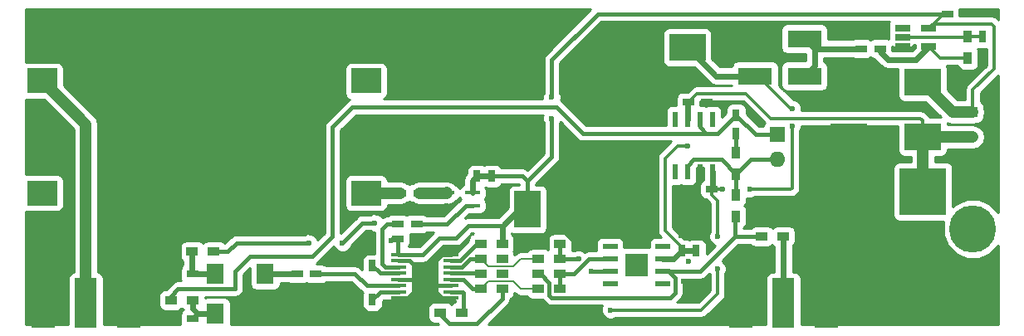
<source format=gbr>
G04 #@! TF.FileFunction,Copper,L1,Top,Signal*
%FSLAX46Y46*%
G04 Gerber Fmt 4.6, Leading zero omitted, Abs format (unit mm)*
G04 Created by KiCad (PCBNEW 4.0.6) date 08/15/24 14:35:25*
%MOMM*%
%LPD*%
G01*
G04 APERTURE LIST*
%ADD10C,0.100000*%
%ADD11R,1.200000X0.750000*%
%ADD12R,0.750000X1.200000*%
%ADD13R,2.700000X3.750000*%
%ADD14R,3.750000X2.700000*%
%ADD15R,1.600000X1.600000*%
%ADD16O,1.600000X1.600000*%
%ADD17R,1.200000X0.900000*%
%ADD18R,3.500000X1.800000*%
%ADD19R,2.290000X5.080000*%
%ADD20R,2.420000X5.080000*%
%ADD21C,0.970000*%
%ADD22R,0.460000X0.890000*%
%ADD23C,4.800000*%
%ADD24R,4.800000X4.800000*%
%ADD25R,0.900000X1.200000*%
%ADD26R,2.540000X3.050000*%
%ADD27R,3.050000X2.540000*%
%ADD28R,1.500000X0.400000*%
%ADD29R,0.600000X1.550000*%
%ADD30R,1.600000X0.410000*%
%ADD31R,1.850000X2.400000*%
%ADD32R,1.550000X0.600000*%
%ADD33R,1.175000X1.175000*%
%ADD34C,1.000000*%
%ADD35R,1.000000X1.000000*%
%ADD36R,1.560000X0.650000*%
%ADD37R,1.800000X2.000000*%
%ADD38C,0.600000*%
%ADD39C,0.600000*%
%ADD40C,0.400000*%
%ADD41C,1.200000*%
%ADD42C,0.300000*%
%ADD43C,0.200000*%
%ADD44C,0.254000*%
G04 APERTURE END LIST*
D10*
D11*
X108646000Y-138430000D03*
X106746000Y-138430000D03*
X108646000Y-143002000D03*
X106746000Y-143002000D03*
X129860000Y-130175000D03*
X131760000Y-130175000D03*
D12*
X164084000Y-124140000D03*
X164084000Y-122240000D03*
D11*
X159197000Y-120904000D03*
X161097000Y-120904000D03*
X161605000Y-129794000D03*
X159705000Y-129794000D03*
D12*
X139192000Y-128458000D03*
X139192000Y-126558000D03*
X137668000Y-128458000D03*
X137668000Y-126558000D03*
D11*
X131506000Y-133350000D03*
X129606000Y-133350000D03*
X119319000Y-138430000D03*
X121219000Y-138430000D03*
D12*
X127000000Y-135702000D03*
X127000000Y-137602000D03*
X127000000Y-142936000D03*
X127000000Y-141036000D03*
D13*
X142811500Y-131854500D03*
X142811500Y-124304500D03*
D11*
X129606000Y-134874000D03*
X131506000Y-134874000D03*
D12*
X158559500Y-134178000D03*
X158559500Y-136078000D03*
X160020000Y-134178000D03*
X160020000Y-136078000D03*
D14*
X183099000Y-124460000D03*
X175549000Y-124460000D03*
X183099000Y-118872000D03*
X175549000Y-118872000D03*
D11*
X187513000Y-111887000D03*
X185613000Y-111887000D03*
D14*
X151546000Y-115316000D03*
X159096000Y-115316000D03*
D12*
X189230000Y-114239000D03*
X189230000Y-116139000D03*
D11*
X178750000Y-115443000D03*
X176850000Y-115443000D03*
D15*
X168275000Y-124206000D03*
D16*
X168275000Y-126746000D03*
D17*
X108628000Y-136144000D03*
X110828000Y-136144000D03*
D18*
X166029000Y-114427000D03*
X171029000Y-114427000D03*
X171029000Y-118237000D03*
X166029000Y-118237000D03*
D19*
X97790000Y-141420000D03*
D20*
X93410000Y-141420000D03*
X102170000Y-141420000D03*
D21*
X93410000Y-137980000D03*
X102170000Y-137980000D03*
D22*
X93410000Y-138430000D03*
X102170000Y-138430000D03*
D19*
X168910000Y-141420000D03*
D20*
X164530000Y-141420000D03*
X173290000Y-141420000D03*
D21*
X164530000Y-137980000D03*
X173290000Y-137980000D03*
D22*
X164530000Y-138430000D03*
X173290000Y-138430000D03*
D23*
X183134000Y-136148000D03*
D24*
X183134000Y-130048000D03*
D23*
X188214000Y-133858000D03*
D17*
X108669000Y-141097000D03*
X106469000Y-141097000D03*
D25*
X164084000Y-128227000D03*
X164084000Y-126027000D03*
X164084000Y-130345000D03*
X164084000Y-132545000D03*
D17*
X138028500Y-136906000D03*
X140228500Y-136906000D03*
X133901000Y-142367000D03*
X136101000Y-142367000D03*
X138028500Y-139954000D03*
X140228500Y-139954000D03*
X138028500Y-135382000D03*
X140228500Y-135382000D03*
X138028500Y-138430000D03*
X140228500Y-138430000D03*
X143934000Y-136906000D03*
X146134000Y-136906000D03*
X143934000Y-139954000D03*
X146134000Y-139954000D03*
X143934000Y-135382000D03*
X146134000Y-135382000D03*
X146134000Y-138430000D03*
X143934000Y-138430000D03*
X168867000Y-134620000D03*
X166667000Y-134620000D03*
D25*
X187706000Y-114216000D03*
X187706000Y-116416000D03*
D26*
X100330000Y-132715000D03*
X104140000Y-132715000D03*
X107950000Y-132715000D03*
X111760000Y-132715000D03*
X115570000Y-132715000D03*
X119380000Y-132715000D03*
X119380000Y-116205000D03*
X115570000Y-116205000D03*
X111760000Y-116205000D03*
X107950000Y-116205000D03*
X104140000Y-116205000D03*
X100330000Y-116205000D03*
D27*
X126365000Y-124460000D03*
X126365000Y-118740000D03*
X126365000Y-130180000D03*
X93345000Y-124460000D03*
X93345000Y-130180000D03*
X93345000Y-118740000D03*
D28*
X134560000Y-130160000D03*
X134560000Y-131460000D03*
X137220000Y-131460000D03*
X137220000Y-130160000D03*
D29*
X157861000Y-128049000D03*
X159131000Y-128049000D03*
X160401000Y-128049000D03*
X161671000Y-128049000D03*
X161671000Y-122649000D03*
X160401000Y-122649000D03*
X159131000Y-122649000D03*
X157861000Y-122649000D03*
D30*
X129679700Y-136461500D03*
X129679700Y-137096500D03*
X129679700Y-137731500D03*
X129679700Y-138366500D03*
X129679700Y-139001500D03*
X129679700Y-139636500D03*
X129679700Y-140271500D03*
X129679700Y-140906500D03*
X134988300Y-140906500D03*
X134988300Y-140271500D03*
X134988300Y-139636500D03*
X134988300Y-139001500D03*
X134988300Y-138366500D03*
X134988300Y-137731500D03*
X134988300Y-137096500D03*
X134988300Y-136461500D03*
D31*
X132334000Y-138684000D03*
D32*
X151224000Y-135636000D03*
X151224000Y-136906000D03*
X151224000Y-138176000D03*
X151224000Y-139446000D03*
X156624000Y-139446000D03*
X156624000Y-138176000D03*
X156624000Y-136906000D03*
X156624000Y-135636000D03*
D33*
X154511500Y-138128500D03*
X154511500Y-136953500D03*
X153336500Y-138128500D03*
X153336500Y-136953500D03*
D34*
X189484000Y-123190000D03*
X188214000Y-124460000D03*
D35*
X188214000Y-121920000D03*
D36*
X181022000Y-113350000D03*
X181022000Y-114300000D03*
X181022000Y-115250000D03*
X183722000Y-115250000D03*
X183722000Y-113350000D03*
D37*
X110998000Y-142462000D03*
X116078000Y-142462000D03*
X116078000Y-138462000D03*
X110998000Y-138462000D03*
D38*
X175641000Y-124587000D03*
X171196000Y-130810000D03*
X171196000Y-128016000D03*
X171196000Y-124714000D03*
X166116000Y-132080000D03*
X170688000Y-132334000D03*
X170688000Y-135128000D03*
X170688000Y-137922000D03*
X161798000Y-143256000D03*
X155956000Y-143256000D03*
X149606000Y-143002000D03*
X146812000Y-143002000D03*
X143510000Y-143002000D03*
X143510000Y-141478000D03*
X141478000Y-141478000D03*
X139954000Y-143002000D03*
X160020000Y-134178000D03*
X159258000Y-137160000D03*
X158750000Y-139192000D03*
X159512000Y-140970000D03*
X161036000Y-139446000D03*
X154940000Y-122682000D03*
X150368000Y-122682000D03*
X147066000Y-117094000D03*
X147066000Y-120396000D03*
X152908000Y-134112000D03*
X154940000Y-134112000D03*
X154940000Y-125984000D03*
X147320000Y-125984000D03*
X144272000Y-129032000D03*
X145288000Y-133858000D03*
X148082000Y-135636000D03*
X151384000Y-134366000D03*
X158496000Y-134112000D03*
X139192000Y-131826000D03*
X139192000Y-130048000D03*
X137160000Y-132588000D03*
X100330000Y-132715000D03*
X104140000Y-132715000D03*
X107950000Y-132842000D03*
X111760000Y-132715000D03*
X115443000Y-132715000D03*
X119380000Y-132715000D03*
X126365000Y-124587000D03*
X119380000Y-116205000D03*
X115570000Y-116078000D03*
X111760000Y-116205000D03*
X107950000Y-116205000D03*
X104140000Y-116205000D03*
X100330000Y-116205000D03*
X93345000Y-124460000D03*
X131445000Y-134874000D03*
X134560000Y-131460000D03*
X189230000Y-116078000D03*
X187513000Y-111887000D03*
X180975000Y-115316000D03*
X175549000Y-118872000D03*
X151638000Y-115316000D03*
X161097000Y-120904000D03*
X173290000Y-137980000D03*
X164530000Y-137980000D03*
X160401000Y-128049000D03*
X159766000Y-129921000D03*
X144018000Y-135382000D03*
X142811500Y-124304500D03*
X139192000Y-126492000D03*
X137668000Y-126558000D03*
X133477000Y-139636500D03*
X133477000Y-137668000D03*
X133477000Y-138684000D03*
X132334000Y-138684000D03*
X132334000Y-139700000D03*
X131318000Y-139700000D03*
X131318000Y-138684000D03*
X131318000Y-137668000D03*
X132334000Y-137668000D03*
X127000000Y-135636000D03*
X127000000Y-142936000D03*
X116332000Y-142748000D03*
X106746000Y-143002000D03*
X106680000Y-138684000D03*
X102170000Y-137980000D03*
X93410000Y-137980000D03*
X165989000Y-114554000D03*
X159131000Y-122649000D03*
X159131000Y-125349000D03*
X162179000Y-134620000D03*
X162179000Y-137922000D03*
X151257000Y-142113000D03*
X169799000Y-121539000D03*
X169799000Y-123317000D03*
X165481000Y-129794000D03*
X162687000Y-129794000D03*
X151191000Y-139446000D03*
X128905000Y-135001000D03*
X127254000Y-133223000D03*
X123952000Y-135255000D03*
X120523000Y-135255000D03*
X145288000Y-120396000D03*
X145288000Y-122555000D03*
X140271500Y-139954000D03*
X140271500Y-138493500D03*
X140228500Y-135382000D03*
X140271500Y-136906000D03*
X148018500Y-136906000D03*
X149288500Y-138176000D03*
D39*
X110998000Y-138462000D02*
X108678000Y-138462000D01*
X108678000Y-138462000D02*
X108628000Y-138412000D01*
X108628000Y-138412000D02*
X108628000Y-136144000D01*
D40*
X175549000Y-124495000D02*
X175641000Y-124587000D01*
X171196000Y-124714000D02*
X171196000Y-128016000D01*
X170434000Y-132080000D02*
X166116000Y-132080000D01*
X170688000Y-132334000D02*
X170434000Y-132080000D01*
X170688000Y-137922000D02*
X170688000Y-135128000D01*
X155956000Y-143256000D02*
X161798000Y-143256000D01*
X146812000Y-143002000D02*
X149606000Y-143002000D01*
X143510000Y-141478000D02*
X143510000Y-143002000D01*
X139954000Y-143002000D02*
X141478000Y-141478000D01*
X161036000Y-139446000D02*
X159512000Y-140970000D01*
X154940000Y-122682000D02*
X150368000Y-122682000D01*
X147066000Y-120396000D02*
X147066000Y-117094000D01*
X154940000Y-134112000D02*
X154940000Y-125984000D01*
X147320000Y-125984000D02*
X144272000Y-129032000D01*
X145288000Y-133858000D02*
X145542000Y-134112000D01*
X145542000Y-134112000D02*
X146558000Y-134112000D01*
X146558000Y-134112000D02*
X148082000Y-135636000D01*
X151384000Y-134366000D02*
X151638000Y-134112000D01*
X152908000Y-134112000D02*
X151638000Y-134112000D01*
X158496000Y-134112000D02*
X158559500Y-134175500D01*
X139192000Y-131826000D02*
X139192000Y-130048000D01*
X107950000Y-132842000D02*
X107950000Y-132715000D01*
X115443000Y-132715000D02*
X115570000Y-132715000D01*
X126365000Y-124587000D02*
X126365000Y-124460000D01*
X115570000Y-116078000D02*
X115570000Y-116205000D01*
X131445000Y-134874000D02*
X131506000Y-134874000D01*
X189230000Y-116078000D02*
X189230000Y-116139000D01*
X180975000Y-115316000D02*
X181022000Y-115250000D01*
X151638000Y-115316000D02*
X151546000Y-115316000D01*
X175549000Y-124495000D02*
X175549000Y-124460000D01*
X159766000Y-129921000D02*
X159705000Y-129794000D01*
X158559500Y-134175500D02*
X158559500Y-134178000D01*
X144018000Y-135382000D02*
X143934000Y-135382000D01*
X139192000Y-126492000D02*
X139192000Y-126558000D01*
X133477000Y-138684000D02*
X133477000Y-139636500D01*
X132334000Y-138684000D02*
X133477000Y-138684000D01*
X132334000Y-139700000D02*
X132334000Y-138684000D01*
X131318000Y-138684000D02*
X131318000Y-139700000D01*
X132334000Y-137668000D02*
X131318000Y-137668000D01*
X127000000Y-135636000D02*
X127000000Y-135702000D01*
X116332000Y-142748000D02*
X116078000Y-142494000D01*
X116078000Y-142494000D02*
X116078000Y-142462000D01*
X106680000Y-138684000D02*
X106746000Y-138618000D01*
X106746000Y-138618000D02*
X106746000Y-138430000D01*
X134988300Y-136461500D02*
X134048500Y-136461500D01*
X134048500Y-136461500D02*
X132334000Y-138176000D01*
X132334000Y-138176000D02*
X132334000Y-138684000D01*
X134988300Y-139636500D02*
X133286500Y-139636500D01*
X133286500Y-139636500D02*
X132334000Y-138684000D01*
X134988300Y-140906500D02*
X134048500Y-140906500D01*
X134048500Y-140906500D02*
X132334000Y-139192000D01*
X132334000Y-139192000D02*
X132334000Y-138684000D01*
X129679700Y-140906500D02*
X130619500Y-140906500D01*
X130619500Y-140906500D02*
X132334000Y-139192000D01*
X132334000Y-139192000D02*
X132334000Y-138684000D01*
X129679700Y-139001500D02*
X132016500Y-139001500D01*
X132016500Y-139001500D02*
X132334000Y-138684000D01*
X129679700Y-137096500D02*
X130746500Y-137096500D01*
X130746500Y-137096500D02*
X132334000Y-138684000D01*
X165989000Y-114554000D02*
X166029000Y-114514000D01*
X166029000Y-114514000D02*
X166029000Y-114427000D01*
D39*
X108646000Y-143002000D02*
X109186000Y-142462000D01*
X110998000Y-142462000D02*
X109186000Y-142462000D01*
X108669000Y-141945000D02*
X108669000Y-141097000D01*
X109186000Y-142462000D02*
X108669000Y-141945000D01*
D41*
X129860000Y-130175000D02*
X126370000Y-130175000D01*
X126370000Y-130175000D02*
X126365000Y-130180000D01*
X131760000Y-130175000D02*
X134545000Y-130175000D01*
X134545000Y-130175000D02*
X134560000Y-130160000D01*
D40*
X164084000Y-126027000D02*
X164084000Y-124140000D01*
X161036000Y-124079000D02*
X148463000Y-124079000D01*
X107188000Y-139954000D02*
X106469000Y-140673000D01*
X109982000Y-139954000D02*
X107188000Y-139954000D01*
X113030000Y-139954000D02*
X109982000Y-139954000D01*
X113030000Y-138176000D02*
X113030000Y-139954000D01*
X114554000Y-136652000D02*
X113030000Y-138176000D01*
X120904000Y-136652000D02*
X114554000Y-136652000D01*
X122936000Y-134620000D02*
X120904000Y-136652000D01*
X122936000Y-123444000D02*
X122936000Y-134620000D01*
X124968000Y-121412000D02*
X122936000Y-123444000D01*
X145796000Y-121412000D02*
X124968000Y-121412000D01*
X148463000Y-124079000D02*
X145796000Y-121412000D01*
X106469000Y-140673000D02*
X106469000Y-141097000D01*
X164084000Y-122240000D02*
X164018000Y-122240000D01*
X164018000Y-122240000D02*
X162179000Y-124079000D01*
X160401000Y-123444000D02*
X160401000Y-122649000D01*
X161036000Y-124079000D02*
X160401000Y-123444000D01*
X162179000Y-124079000D02*
X161036000Y-124079000D01*
X168275000Y-124206000D02*
X166050000Y-124206000D01*
X166050000Y-124206000D02*
X164084000Y-122240000D01*
D39*
X159131000Y-120970000D02*
X159131000Y-122649000D01*
D42*
X156845000Y-133985000D02*
X158559500Y-135699500D01*
X156845000Y-126619000D02*
X156845000Y-133985000D01*
X158115000Y-125349000D02*
X156845000Y-126619000D01*
X159131000Y-125349000D02*
X158115000Y-125349000D01*
X158559500Y-135699500D02*
X158559500Y-136078000D01*
X183099000Y-124460000D02*
X183099000Y-122774000D01*
X160086000Y-120015000D02*
X159197000Y-120904000D01*
X165100000Y-120015000D02*
X160086000Y-120015000D01*
X167640000Y-122555000D02*
X165100000Y-120015000D01*
X182880000Y-122555000D02*
X167640000Y-122555000D01*
X183099000Y-122774000D02*
X182880000Y-122555000D01*
D41*
X188214000Y-124460000D02*
X183099000Y-124460000D01*
X183134000Y-130048000D02*
X183134000Y-124495000D01*
X183134000Y-124495000D02*
X183099000Y-124460000D01*
D39*
X159131000Y-120970000D02*
X159197000Y-120904000D01*
X156624000Y-136906000D02*
X157731500Y-136906000D01*
X157731500Y-136906000D02*
X158559500Y-136078000D01*
X158559500Y-136078000D02*
X160020000Y-136078000D01*
D42*
X161605000Y-130363000D02*
X161605000Y-129794000D01*
X162179000Y-130937000D02*
X161605000Y-130363000D01*
X162179000Y-134620000D02*
X162179000Y-130937000D01*
X162179000Y-140462000D02*
X162179000Y-137922000D01*
X160528000Y-142113000D02*
X162179000Y-140462000D01*
X151257000Y-142113000D02*
X160528000Y-142113000D01*
X166029000Y-118237000D02*
X166370000Y-118237000D01*
X166370000Y-118237000D02*
X169672000Y-121539000D01*
X169672000Y-121539000D02*
X169799000Y-121539000D01*
X169799000Y-123317000D02*
X169799000Y-129667000D01*
X169799000Y-129667000D02*
X169672000Y-129794000D01*
X169672000Y-129794000D02*
X165481000Y-129794000D01*
X162687000Y-129794000D02*
X161605000Y-129794000D01*
D39*
X166029000Y-118237000D02*
X162017000Y-118237000D01*
X162017000Y-118237000D02*
X159096000Y-115316000D01*
X161671000Y-128049000D02*
X161671000Y-129728000D01*
X161671000Y-129728000D02*
X161605000Y-129794000D01*
D42*
X151191000Y-139446000D02*
X151224000Y-139446000D01*
D40*
X133901000Y-142367000D02*
X133901000Y-142537000D01*
X133901000Y-142537000D02*
X134874000Y-143510000D01*
X134874000Y-143510000D02*
X137668000Y-143510000D01*
X137668000Y-143510000D02*
X140228500Y-140949500D01*
X140228500Y-140949500D02*
X140228500Y-139954000D01*
X110828000Y-136144000D02*
X112268000Y-136144000D01*
X128905000Y-135001000D02*
X129032000Y-134874000D01*
X125984000Y-133223000D02*
X127254000Y-133223000D01*
X123952000Y-135255000D02*
X125984000Y-133223000D01*
X113157000Y-135255000D02*
X120523000Y-135255000D01*
X112268000Y-136144000D02*
X113157000Y-135255000D01*
X129032000Y-134874000D02*
X129606000Y-134874000D01*
X129679700Y-136461500D02*
X132143500Y-136461500D01*
X136779000Y-133477000D02*
X140335000Y-133477000D01*
X135509000Y-134747000D02*
X136779000Y-133477000D01*
X133858000Y-134747000D02*
X135509000Y-134747000D01*
X132143500Y-136461500D02*
X133858000Y-134747000D01*
X139192000Y-128458000D02*
X142301000Y-128458000D01*
X142301000Y-128458000D02*
X142811500Y-128968500D01*
X185613000Y-111887000D02*
X149987000Y-111887000D01*
X149987000Y-111887000D02*
X145288000Y-116586000D01*
X145288000Y-116586000D02*
X145288000Y-120396000D01*
X145288000Y-122555000D02*
X145288000Y-126492000D01*
X145288000Y-126492000D02*
X142811500Y-128968500D01*
X142811500Y-128968500D02*
X142811500Y-131854500D01*
D42*
X185613000Y-111887000D02*
X185185000Y-111887000D01*
X185185000Y-111887000D02*
X184169000Y-112903000D01*
X188214000Y-121920000D02*
X188214000Y-119634000D01*
X184169000Y-112903000D02*
X183722000Y-113350000D01*
X190119000Y-112903000D02*
X184169000Y-112903000D01*
X190373000Y-113157000D02*
X190119000Y-112903000D01*
X190373000Y-117475000D02*
X190373000Y-113157000D01*
X188214000Y-119634000D02*
X190373000Y-117475000D01*
D41*
X188214000Y-121920000D02*
X186147000Y-121920000D01*
X186147000Y-121920000D02*
X183099000Y-118872000D01*
D39*
X140271500Y-139954000D02*
X140228500Y-139954000D01*
X140271500Y-138493500D02*
X140228500Y-138450500D01*
X140228500Y-138450500D02*
X140228500Y-138430000D01*
X142811500Y-131854500D02*
X141957500Y-131854500D01*
X141957500Y-131854500D02*
X140335000Y-133477000D01*
X140335000Y-133477000D02*
X140228500Y-133583500D01*
X140228500Y-133583500D02*
X140228500Y-135382000D01*
X140271500Y-136906000D02*
X140228500Y-136906000D01*
D40*
X129606000Y-134874000D02*
X129606000Y-136387800D01*
X129606000Y-136387800D02*
X129679700Y-136461500D01*
D39*
X137220000Y-130160000D02*
X137220000Y-128906000D01*
X137220000Y-128906000D02*
X137668000Y-128458000D01*
X137668000Y-128458000D02*
X139192000Y-128458000D01*
D40*
X137220000Y-131460000D02*
X136510000Y-131460000D01*
X136510000Y-131460000D02*
X134620000Y-133350000D01*
X134620000Y-133350000D02*
X131506000Y-133350000D01*
X129606000Y-133350000D02*
X128524000Y-133350000D01*
X128333500Y-137731500D02*
X129679700Y-137731500D01*
X128016000Y-137414000D02*
X128333500Y-137731500D01*
X128016000Y-133858000D02*
X128016000Y-137414000D01*
X128524000Y-133350000D02*
X128016000Y-133858000D01*
D39*
X119319000Y-138430000D02*
X116110000Y-138430000D01*
X116110000Y-138430000D02*
X116078000Y-138462000D01*
D40*
X121219000Y-138430000D02*
X125222000Y-138430000D01*
X126428500Y-139636500D02*
X129679700Y-139636500D01*
X125222000Y-138430000D02*
X126428500Y-139636500D01*
X129679700Y-138366500D02*
X127764500Y-138366500D01*
X127764500Y-138366500D02*
X127000000Y-137602000D01*
X129679700Y-140271500D02*
X127764500Y-140271500D01*
X127764500Y-140271500D02*
X127000000Y-141036000D01*
D42*
X181022000Y-114300000D02*
X187622000Y-114300000D01*
X187622000Y-114300000D02*
X187683000Y-114239000D01*
X187683000Y-114239000D02*
X189230000Y-114239000D01*
D39*
X178750000Y-115443000D02*
X178750000Y-115758000D01*
X178750000Y-115758000D02*
X179578000Y-116586000D01*
X179578000Y-116586000D02*
X182386000Y-116586000D01*
X182386000Y-116586000D02*
X183722000Y-115250000D01*
D42*
X187706000Y-116416000D02*
X184888000Y-116416000D01*
X184888000Y-116416000D02*
X183722000Y-115250000D01*
D39*
X172045000Y-115443000D02*
X171029000Y-114427000D01*
X172085000Y-115443000D02*
X172085000Y-117181000D01*
X172085000Y-117181000D02*
X171029000Y-118237000D01*
X176850000Y-115443000D02*
X172085000Y-115443000D01*
X172085000Y-115443000D02*
X172045000Y-115443000D01*
D40*
X159131000Y-128049000D02*
X159131000Y-127381000D01*
X159131000Y-127381000D02*
X159766000Y-126746000D01*
X159766000Y-126746000D02*
X162603000Y-126746000D01*
X162603000Y-126746000D02*
X164084000Y-128227000D01*
X164084000Y-130345000D02*
X164084000Y-128227000D01*
X164084000Y-128227000D02*
X165565000Y-126746000D01*
X165565000Y-126746000D02*
X168275000Y-126746000D01*
D41*
X97790000Y-141420000D02*
X97790000Y-123185000D01*
X97790000Y-123185000D02*
X93345000Y-118740000D01*
D39*
X168910000Y-141420000D02*
X168910000Y-134663000D01*
X168910000Y-134663000D02*
X168867000Y-134620000D01*
D41*
X168867000Y-140107000D02*
X168910000Y-140150000D01*
D40*
X163957000Y-134620000D02*
X163957000Y-132672000D01*
X163957000Y-132672000D02*
X164084000Y-132545000D01*
X156624000Y-138176000D02*
X160401000Y-138176000D01*
X163957000Y-134620000D02*
X166667000Y-134620000D01*
X160401000Y-138176000D02*
X163957000Y-134620000D01*
X143934000Y-138430000D02*
X144145000Y-138430000D01*
X144145000Y-138430000D02*
X145034000Y-139319000D01*
X145034000Y-139319000D02*
X145034000Y-140589000D01*
X145034000Y-140589000D02*
X145288000Y-140843000D01*
X145288000Y-140843000D02*
X153606500Y-140843000D01*
X153606500Y-140843000D02*
X157353000Y-140843000D01*
X157353000Y-140843000D02*
X157861000Y-140335000D01*
X157861000Y-140335000D02*
X157861000Y-138811000D01*
X157861000Y-138811000D02*
X157226000Y-138176000D01*
X157226000Y-138176000D02*
X156624000Y-138176000D01*
D43*
X143934000Y-136906000D02*
X142113000Y-136906000D01*
X138790500Y-137668000D02*
X138028500Y-136906000D01*
X141351000Y-137668000D02*
X138790500Y-137668000D01*
X142113000Y-136906000D02*
X141351000Y-137668000D01*
D40*
X134988300Y-137731500D02*
X136144000Y-137731500D01*
X136969500Y-136906000D02*
X138028500Y-136906000D01*
X136144000Y-137731500D02*
X136969500Y-136906000D01*
X134988300Y-140271500D02*
X136207500Y-140271500D01*
X136271000Y-140335000D02*
X136271000Y-142197000D01*
X136207500Y-140271500D02*
X136271000Y-140335000D01*
X136271000Y-142197000D02*
X136101000Y-142367000D01*
D43*
X143934000Y-139954000D02*
X142113000Y-139954000D01*
X138790500Y-139192000D02*
X138028500Y-139954000D01*
X141351000Y-139192000D02*
X138790500Y-139192000D01*
X142113000Y-139954000D02*
X141351000Y-139192000D01*
D40*
X134988300Y-139001500D02*
X136271000Y-139001500D01*
X137223500Y-139954000D02*
X138028500Y-139954000D01*
X136271000Y-139001500D02*
X137223500Y-139954000D01*
X134988300Y-137096500D02*
X135930470Y-137096500D01*
X135930470Y-137096500D02*
X137644970Y-135382000D01*
X137644970Y-135382000D02*
X138028500Y-135382000D01*
X134988300Y-138366500D02*
X137965000Y-138366500D01*
X137965000Y-138366500D02*
X138028500Y-138430000D01*
X151224000Y-138176000D02*
X149288500Y-138176000D01*
X148018500Y-136906000D02*
X146134000Y-136906000D01*
X146134000Y-136906000D02*
X146134000Y-135382000D01*
X151224000Y-136906000D02*
X149034500Y-136906000D01*
X147510500Y-138430000D02*
X146134000Y-138430000D01*
X149034500Y-136906000D02*
X147510500Y-138430000D01*
X146134000Y-138430000D02*
X146134000Y-139954000D01*
D44*
G36*
X137193183Y-134328838D02*
X136977059Y-134467910D01*
X136832069Y-134680110D01*
X136781060Y-134932000D01*
X136781060Y-135065042D01*
X135602042Y-136244060D01*
X134188300Y-136244060D01*
X133952983Y-136288338D01*
X133736859Y-136427410D01*
X133591869Y-136639610D01*
X133540860Y-136891500D01*
X133540860Y-137301500D01*
X133562805Y-137418130D01*
X133540860Y-137526500D01*
X133540860Y-137936500D01*
X133562805Y-138053130D01*
X133540860Y-138161500D01*
X133540860Y-138571500D01*
X133562805Y-138688130D01*
X133540860Y-138796500D01*
X133540860Y-139206500D01*
X133585138Y-139441817D01*
X133711942Y-139638877D01*
X133591869Y-139814610D01*
X133540860Y-140066500D01*
X133540860Y-140476500D01*
X133585138Y-140711817D01*
X133724210Y-140927941D01*
X133936410Y-141072931D01*
X134188300Y-141123940D01*
X135436000Y-141123940D01*
X135436000Y-141281791D01*
X135265683Y-141313838D01*
X135049559Y-141452910D01*
X135001866Y-141522711D01*
X134965090Y-141465559D01*
X134752890Y-141320569D01*
X134501000Y-141269560D01*
X133301000Y-141269560D01*
X133065683Y-141313838D01*
X132849559Y-141452910D01*
X132704569Y-141665110D01*
X132653560Y-141917000D01*
X132653560Y-142817000D01*
X132697838Y-143052317D01*
X132836910Y-143268441D01*
X133049110Y-143413431D01*
X133301000Y-143464440D01*
X133647572Y-143464440D01*
X133745132Y-143562000D01*
X112525189Y-143562000D01*
X112545440Y-143462000D01*
X112545440Y-141462000D01*
X112501162Y-141226683D01*
X112362090Y-141010559D01*
X112149890Y-140865569D01*
X111898000Y-140814560D01*
X110098000Y-140814560D01*
X109916440Y-140848723D01*
X109916440Y-140789000D01*
X113030000Y-140789000D01*
X113349541Y-140725439D01*
X113620434Y-140544434D01*
X113801439Y-140273541D01*
X113865000Y-139954000D01*
X113865000Y-138521868D01*
X114530560Y-137856308D01*
X114530560Y-139462000D01*
X114574838Y-139697317D01*
X114713910Y-139913441D01*
X114926110Y-140058431D01*
X115178000Y-140109440D01*
X116978000Y-140109440D01*
X117213317Y-140065162D01*
X117429441Y-139926090D01*
X117574431Y-139713890D01*
X117625440Y-139462000D01*
X117625440Y-139365000D01*
X118413791Y-139365000D01*
X118467110Y-139401431D01*
X118719000Y-139452440D01*
X119919000Y-139452440D01*
X120154317Y-139408162D01*
X120268978Y-139334380D01*
X120367110Y-139401431D01*
X120619000Y-139452440D01*
X121819000Y-139452440D01*
X122054317Y-139408162D01*
X122270441Y-139269090D01*
X122273236Y-139265000D01*
X124876132Y-139265000D01*
X125838066Y-140226934D01*
X125998226Y-140333950D01*
X125977560Y-140436000D01*
X125977560Y-141636000D01*
X126021838Y-141871317D01*
X126160910Y-142087441D01*
X126373110Y-142232431D01*
X126625000Y-142283440D01*
X127375000Y-142283440D01*
X127610317Y-142239162D01*
X127826441Y-142100090D01*
X127971431Y-141887890D01*
X128022440Y-141636000D01*
X128022440Y-141194428D01*
X128110368Y-141106500D01*
X128793579Y-141106500D01*
X128879700Y-141123940D01*
X130479700Y-141123940D01*
X130715017Y-141079662D01*
X130931141Y-140940590D01*
X131076131Y-140728390D01*
X131127140Y-140476500D01*
X131127140Y-140066500D01*
X131105195Y-139949870D01*
X131127140Y-139841500D01*
X131127140Y-139431500D01*
X131082862Y-139196183D01*
X130956058Y-138999123D01*
X131076131Y-138823390D01*
X131127140Y-138571500D01*
X131127140Y-138161500D01*
X131105195Y-138044870D01*
X131127140Y-137936500D01*
X131127140Y-137526500D01*
X131083862Y-137296500D01*
X132143500Y-137296500D01*
X132463041Y-137232939D01*
X132733934Y-137051934D01*
X134203868Y-135582000D01*
X135509000Y-135582000D01*
X135828541Y-135518439D01*
X136099434Y-135337434D01*
X137124868Y-134312000D01*
X137282669Y-134312000D01*
X137193183Y-134328838D01*
X137193183Y-134328838D01*
G37*
X137193183Y-134328838D02*
X136977059Y-134467910D01*
X136832069Y-134680110D01*
X136781060Y-134932000D01*
X136781060Y-135065042D01*
X135602042Y-136244060D01*
X134188300Y-136244060D01*
X133952983Y-136288338D01*
X133736859Y-136427410D01*
X133591869Y-136639610D01*
X133540860Y-136891500D01*
X133540860Y-137301500D01*
X133562805Y-137418130D01*
X133540860Y-137526500D01*
X133540860Y-137936500D01*
X133562805Y-138053130D01*
X133540860Y-138161500D01*
X133540860Y-138571500D01*
X133562805Y-138688130D01*
X133540860Y-138796500D01*
X133540860Y-139206500D01*
X133585138Y-139441817D01*
X133711942Y-139638877D01*
X133591869Y-139814610D01*
X133540860Y-140066500D01*
X133540860Y-140476500D01*
X133585138Y-140711817D01*
X133724210Y-140927941D01*
X133936410Y-141072931D01*
X134188300Y-141123940D01*
X135436000Y-141123940D01*
X135436000Y-141281791D01*
X135265683Y-141313838D01*
X135049559Y-141452910D01*
X135001866Y-141522711D01*
X134965090Y-141465559D01*
X134752890Y-141320569D01*
X134501000Y-141269560D01*
X133301000Y-141269560D01*
X133065683Y-141313838D01*
X132849559Y-141452910D01*
X132704569Y-141665110D01*
X132653560Y-141917000D01*
X132653560Y-142817000D01*
X132697838Y-143052317D01*
X132836910Y-143268441D01*
X133049110Y-143413431D01*
X133301000Y-143464440D01*
X133647572Y-143464440D01*
X133745132Y-143562000D01*
X112525189Y-143562000D01*
X112545440Y-143462000D01*
X112545440Y-141462000D01*
X112501162Y-141226683D01*
X112362090Y-141010559D01*
X112149890Y-140865569D01*
X111898000Y-140814560D01*
X110098000Y-140814560D01*
X109916440Y-140848723D01*
X109916440Y-140789000D01*
X113030000Y-140789000D01*
X113349541Y-140725439D01*
X113620434Y-140544434D01*
X113801439Y-140273541D01*
X113865000Y-139954000D01*
X113865000Y-138521868D01*
X114530560Y-137856308D01*
X114530560Y-139462000D01*
X114574838Y-139697317D01*
X114713910Y-139913441D01*
X114926110Y-140058431D01*
X115178000Y-140109440D01*
X116978000Y-140109440D01*
X117213317Y-140065162D01*
X117429441Y-139926090D01*
X117574431Y-139713890D01*
X117625440Y-139462000D01*
X117625440Y-139365000D01*
X118413791Y-139365000D01*
X118467110Y-139401431D01*
X118719000Y-139452440D01*
X119919000Y-139452440D01*
X120154317Y-139408162D01*
X120268978Y-139334380D01*
X120367110Y-139401431D01*
X120619000Y-139452440D01*
X121819000Y-139452440D01*
X122054317Y-139408162D01*
X122270441Y-139269090D01*
X122273236Y-139265000D01*
X124876132Y-139265000D01*
X125838066Y-140226934D01*
X125998226Y-140333950D01*
X125977560Y-140436000D01*
X125977560Y-141636000D01*
X126021838Y-141871317D01*
X126160910Y-142087441D01*
X126373110Y-142232431D01*
X126625000Y-142283440D01*
X127375000Y-142283440D01*
X127610317Y-142239162D01*
X127826441Y-142100090D01*
X127971431Y-141887890D01*
X128022440Y-141636000D01*
X128022440Y-141194428D01*
X128110368Y-141106500D01*
X128793579Y-141106500D01*
X128879700Y-141123940D01*
X130479700Y-141123940D01*
X130715017Y-141079662D01*
X130931141Y-140940590D01*
X131076131Y-140728390D01*
X131127140Y-140476500D01*
X131127140Y-140066500D01*
X131105195Y-139949870D01*
X131127140Y-139841500D01*
X131127140Y-139431500D01*
X131082862Y-139196183D01*
X130956058Y-138999123D01*
X131076131Y-138823390D01*
X131127140Y-138571500D01*
X131127140Y-138161500D01*
X131105195Y-138044870D01*
X131127140Y-137936500D01*
X131127140Y-137526500D01*
X131083862Y-137296500D01*
X132143500Y-137296500D01*
X132463041Y-137232939D01*
X132733934Y-137051934D01*
X134203868Y-135582000D01*
X135509000Y-135582000D01*
X135828541Y-135518439D01*
X136099434Y-135337434D01*
X137124868Y-134312000D01*
X137282669Y-134312000D01*
X137193183Y-134328838D01*
G36*
X91820000Y-120657440D02*
X93515886Y-120657440D01*
X96555000Y-123696554D01*
X96555000Y-138249495D01*
X96409683Y-138276838D01*
X96193559Y-138415910D01*
X96048569Y-138628110D01*
X95997560Y-138880000D01*
X95997560Y-143562000D01*
X91642000Y-143562000D01*
X91642000Y-132061394D01*
X91820000Y-132097440D01*
X94870000Y-132097440D01*
X95105317Y-132053162D01*
X95321441Y-131914090D01*
X95466431Y-131701890D01*
X95517440Y-131450000D01*
X95517440Y-128910000D01*
X95473162Y-128674683D01*
X95334090Y-128458559D01*
X95121890Y-128313569D01*
X94870000Y-128262560D01*
X91820000Y-128262560D01*
X91642000Y-128296053D01*
X91642000Y-120621394D01*
X91820000Y-120657440D01*
X91820000Y-120657440D01*
G37*
X91820000Y-120657440D02*
X93515886Y-120657440D01*
X96555000Y-123696554D01*
X96555000Y-138249495D01*
X96409683Y-138276838D01*
X96193559Y-138415910D01*
X96048569Y-138628110D01*
X95997560Y-138880000D01*
X95997560Y-143562000D01*
X91642000Y-143562000D01*
X91642000Y-132061394D01*
X91820000Y-132097440D01*
X94870000Y-132097440D01*
X95105317Y-132053162D01*
X95321441Y-131914090D01*
X95466431Y-131701890D01*
X95517440Y-131450000D01*
X95517440Y-128910000D01*
X95473162Y-128674683D01*
X95334090Y-128458559D01*
X95121890Y-128313569D01*
X94870000Y-128262560D01*
X91820000Y-128262560D01*
X91642000Y-128296053D01*
X91642000Y-120621394D01*
X91820000Y-120657440D01*
G36*
X144697566Y-115995566D02*
X144516561Y-116266459D01*
X144453000Y-116586000D01*
X144453000Y-119968766D01*
X144353162Y-120209201D01*
X144352842Y-120577000D01*
X128181514Y-120577000D01*
X128341441Y-120474090D01*
X128486431Y-120261890D01*
X128537440Y-120010000D01*
X128537440Y-117470000D01*
X128493162Y-117234683D01*
X128354090Y-117018559D01*
X128141890Y-116873569D01*
X127890000Y-116822560D01*
X124840000Y-116822560D01*
X124604683Y-116866838D01*
X124388559Y-117005910D01*
X124243569Y-117218110D01*
X124192560Y-117470000D01*
X124192560Y-120010000D01*
X124236838Y-120245317D01*
X124375910Y-120461441D01*
X124588110Y-120606431D01*
X124703038Y-120629705D01*
X124648459Y-120640561D01*
X124478686Y-120754000D01*
X124377566Y-120821566D01*
X122345566Y-122853566D01*
X122164561Y-123124459D01*
X122101000Y-123444000D01*
X122101000Y-134274132D01*
X121413468Y-134961664D01*
X121316117Y-134726057D01*
X121053327Y-134462808D01*
X120709799Y-134320162D01*
X120337833Y-134319838D01*
X120095422Y-134420000D01*
X113157000Y-134420000D01*
X112837459Y-134483561D01*
X112647390Y-134610561D01*
X112566566Y-134664566D01*
X111929867Y-135301265D01*
X111892090Y-135242559D01*
X111679890Y-135097569D01*
X111428000Y-135046560D01*
X110228000Y-135046560D01*
X109992683Y-135090838D01*
X109776559Y-135229910D01*
X109728866Y-135299711D01*
X109692090Y-135242559D01*
X109479890Y-135097569D01*
X109228000Y-135046560D01*
X108028000Y-135046560D01*
X107792683Y-135090838D01*
X107576559Y-135229910D01*
X107431569Y-135442110D01*
X107380560Y-135694000D01*
X107380560Y-136594000D01*
X107424838Y-136829317D01*
X107563910Y-137045441D01*
X107693000Y-137133644D01*
X107693000Y-137527565D01*
X107594559Y-137590910D01*
X107449569Y-137803110D01*
X107398560Y-138055000D01*
X107398560Y-138805000D01*
X107442838Y-139040317D01*
X107493469Y-139119000D01*
X107188000Y-139119000D01*
X106868460Y-139182560D01*
X106597566Y-139363566D01*
X105961572Y-139999560D01*
X105869000Y-139999560D01*
X105633683Y-140043838D01*
X105417559Y-140182910D01*
X105272569Y-140395110D01*
X105221560Y-140647000D01*
X105221560Y-141547000D01*
X105265838Y-141782317D01*
X105404910Y-141998441D01*
X105617110Y-142143431D01*
X105869000Y-142194440D01*
X107069000Y-142194440D01*
X107304317Y-142150162D01*
X107520441Y-142011090D01*
X107568134Y-141941289D01*
X107604910Y-141998441D01*
X107723853Y-142079711D01*
X107594559Y-142162910D01*
X107449569Y-142375110D01*
X107398560Y-142627000D01*
X107398560Y-143377000D01*
X107433370Y-143562000D01*
X99582440Y-143562000D01*
X99582440Y-138880000D01*
X99538162Y-138644683D01*
X99399090Y-138428559D01*
X99186890Y-138283569D01*
X99025000Y-138250785D01*
X99025000Y-123185000D01*
X98930991Y-122712386D01*
X98663277Y-122311723D01*
X95517440Y-119165886D01*
X95517440Y-117470000D01*
X95473162Y-117234683D01*
X95334090Y-117018559D01*
X95121890Y-116873569D01*
X94870000Y-116822560D01*
X91820000Y-116822560D01*
X91642000Y-116856053D01*
X91642000Y-111454000D01*
X149239132Y-111454000D01*
X144697566Y-115995566D01*
X144697566Y-115995566D01*
G37*
X144697566Y-115995566D02*
X144516561Y-116266459D01*
X144453000Y-116586000D01*
X144453000Y-119968766D01*
X144353162Y-120209201D01*
X144352842Y-120577000D01*
X128181514Y-120577000D01*
X128341441Y-120474090D01*
X128486431Y-120261890D01*
X128537440Y-120010000D01*
X128537440Y-117470000D01*
X128493162Y-117234683D01*
X128354090Y-117018559D01*
X128141890Y-116873569D01*
X127890000Y-116822560D01*
X124840000Y-116822560D01*
X124604683Y-116866838D01*
X124388559Y-117005910D01*
X124243569Y-117218110D01*
X124192560Y-117470000D01*
X124192560Y-120010000D01*
X124236838Y-120245317D01*
X124375910Y-120461441D01*
X124588110Y-120606431D01*
X124703038Y-120629705D01*
X124648459Y-120640561D01*
X124478686Y-120754000D01*
X124377566Y-120821566D01*
X122345566Y-122853566D01*
X122164561Y-123124459D01*
X122101000Y-123444000D01*
X122101000Y-134274132D01*
X121413468Y-134961664D01*
X121316117Y-134726057D01*
X121053327Y-134462808D01*
X120709799Y-134320162D01*
X120337833Y-134319838D01*
X120095422Y-134420000D01*
X113157000Y-134420000D01*
X112837459Y-134483561D01*
X112647390Y-134610561D01*
X112566566Y-134664566D01*
X111929867Y-135301265D01*
X111892090Y-135242559D01*
X111679890Y-135097569D01*
X111428000Y-135046560D01*
X110228000Y-135046560D01*
X109992683Y-135090838D01*
X109776559Y-135229910D01*
X109728866Y-135299711D01*
X109692090Y-135242559D01*
X109479890Y-135097569D01*
X109228000Y-135046560D01*
X108028000Y-135046560D01*
X107792683Y-135090838D01*
X107576559Y-135229910D01*
X107431569Y-135442110D01*
X107380560Y-135694000D01*
X107380560Y-136594000D01*
X107424838Y-136829317D01*
X107563910Y-137045441D01*
X107693000Y-137133644D01*
X107693000Y-137527565D01*
X107594559Y-137590910D01*
X107449569Y-137803110D01*
X107398560Y-138055000D01*
X107398560Y-138805000D01*
X107442838Y-139040317D01*
X107493469Y-139119000D01*
X107188000Y-139119000D01*
X106868460Y-139182560D01*
X106597566Y-139363566D01*
X105961572Y-139999560D01*
X105869000Y-139999560D01*
X105633683Y-140043838D01*
X105417559Y-140182910D01*
X105272569Y-140395110D01*
X105221560Y-140647000D01*
X105221560Y-141547000D01*
X105265838Y-141782317D01*
X105404910Y-141998441D01*
X105617110Y-142143431D01*
X105869000Y-142194440D01*
X107069000Y-142194440D01*
X107304317Y-142150162D01*
X107520441Y-142011090D01*
X107568134Y-141941289D01*
X107604910Y-141998441D01*
X107723853Y-142079711D01*
X107594559Y-142162910D01*
X107449569Y-142375110D01*
X107398560Y-142627000D01*
X107398560Y-143377000D01*
X107433370Y-143562000D01*
X99582440Y-143562000D01*
X99582440Y-138880000D01*
X99538162Y-138644683D01*
X99399090Y-138428559D01*
X99186890Y-138283569D01*
X99025000Y-138250785D01*
X99025000Y-123185000D01*
X98930991Y-122712386D01*
X98663277Y-122311723D01*
X95517440Y-119165886D01*
X95517440Y-117470000D01*
X95473162Y-117234683D01*
X95334090Y-117018559D01*
X95121890Y-116873569D01*
X94870000Y-116822560D01*
X91820000Y-116822560D01*
X91642000Y-116856053D01*
X91642000Y-111454000D01*
X149239132Y-111454000D01*
X144697566Y-115995566D01*
G36*
X180576560Y-125810000D02*
X180620838Y-126045317D01*
X180759910Y-126261441D01*
X180972110Y-126406431D01*
X181224000Y-126457440D01*
X181899000Y-126457440D01*
X181899000Y-127000560D01*
X180734000Y-127000560D01*
X180498683Y-127044838D01*
X180282559Y-127183910D01*
X180137569Y-127396110D01*
X180086560Y-127648000D01*
X180086560Y-132448000D01*
X180130838Y-132683317D01*
X180269910Y-132899441D01*
X180482110Y-133044431D01*
X180734000Y-133095440D01*
X185244393Y-133095440D01*
X185179528Y-133251653D01*
X185178474Y-134459050D01*
X185639552Y-135574943D01*
X186492566Y-136429447D01*
X187607653Y-136892472D01*
X188815050Y-136893526D01*
X189930943Y-136432448D01*
X190785447Y-135579434D01*
X190806000Y-135529937D01*
X190806000Y-143562000D01*
X170702440Y-143562000D01*
X170702440Y-138880000D01*
X170658162Y-138644683D01*
X170519090Y-138428559D01*
X170306890Y-138283569D01*
X170055000Y-138232560D01*
X169845000Y-138232560D01*
X169845000Y-135581348D01*
X169918441Y-135534090D01*
X170063431Y-135321890D01*
X170114440Y-135070000D01*
X170114440Y-134170000D01*
X170070162Y-133934683D01*
X169931090Y-133718559D01*
X169718890Y-133573569D01*
X169467000Y-133522560D01*
X168267000Y-133522560D01*
X168031683Y-133566838D01*
X167815559Y-133705910D01*
X167767866Y-133775711D01*
X167731090Y-133718559D01*
X167518890Y-133573569D01*
X167267000Y-133522560D01*
X166067000Y-133522560D01*
X165831683Y-133566838D01*
X165615559Y-133705910D01*
X165561519Y-133785000D01*
X164792000Y-133785000D01*
X164792000Y-133733566D01*
X164985441Y-133609090D01*
X165130431Y-133396890D01*
X165181440Y-133145000D01*
X165181440Y-131945000D01*
X165137162Y-131709683D01*
X164998090Y-131493559D01*
X164928289Y-131445866D01*
X164985441Y-131409090D01*
X165130431Y-131196890D01*
X165181440Y-130945000D01*
X165181440Y-130682015D01*
X165294201Y-130728838D01*
X165666167Y-130729162D01*
X166009943Y-130587117D01*
X166018074Y-130579000D01*
X169672000Y-130579000D01*
X169972407Y-130519245D01*
X170227079Y-130349079D01*
X170354079Y-130222079D01*
X170524245Y-129967407D01*
X170584000Y-129667000D01*
X170584000Y-123854506D01*
X170591192Y-123847327D01*
X170733838Y-123503799D01*
X170733981Y-123340000D01*
X180576560Y-123340000D01*
X180576560Y-125810000D01*
X180576560Y-125810000D01*
G37*
X180576560Y-125810000D02*
X180620838Y-126045317D01*
X180759910Y-126261441D01*
X180972110Y-126406431D01*
X181224000Y-126457440D01*
X181899000Y-126457440D01*
X181899000Y-127000560D01*
X180734000Y-127000560D01*
X180498683Y-127044838D01*
X180282559Y-127183910D01*
X180137569Y-127396110D01*
X180086560Y-127648000D01*
X180086560Y-132448000D01*
X180130838Y-132683317D01*
X180269910Y-132899441D01*
X180482110Y-133044431D01*
X180734000Y-133095440D01*
X185244393Y-133095440D01*
X185179528Y-133251653D01*
X185178474Y-134459050D01*
X185639552Y-135574943D01*
X186492566Y-136429447D01*
X187607653Y-136892472D01*
X188815050Y-136893526D01*
X189930943Y-136432448D01*
X190785447Y-135579434D01*
X190806000Y-135529937D01*
X190806000Y-143562000D01*
X170702440Y-143562000D01*
X170702440Y-138880000D01*
X170658162Y-138644683D01*
X170519090Y-138428559D01*
X170306890Y-138283569D01*
X170055000Y-138232560D01*
X169845000Y-138232560D01*
X169845000Y-135581348D01*
X169918441Y-135534090D01*
X170063431Y-135321890D01*
X170114440Y-135070000D01*
X170114440Y-134170000D01*
X170070162Y-133934683D01*
X169931090Y-133718559D01*
X169718890Y-133573569D01*
X169467000Y-133522560D01*
X168267000Y-133522560D01*
X168031683Y-133566838D01*
X167815559Y-133705910D01*
X167767866Y-133775711D01*
X167731090Y-133718559D01*
X167518890Y-133573569D01*
X167267000Y-133522560D01*
X166067000Y-133522560D01*
X165831683Y-133566838D01*
X165615559Y-133705910D01*
X165561519Y-133785000D01*
X164792000Y-133785000D01*
X164792000Y-133733566D01*
X164985441Y-133609090D01*
X165130431Y-133396890D01*
X165181440Y-133145000D01*
X165181440Y-131945000D01*
X165137162Y-131709683D01*
X164998090Y-131493559D01*
X164928289Y-131445866D01*
X164985441Y-131409090D01*
X165130431Y-131196890D01*
X165181440Y-130945000D01*
X165181440Y-130682015D01*
X165294201Y-130728838D01*
X165666167Y-130729162D01*
X166009943Y-130587117D01*
X166018074Y-130579000D01*
X169672000Y-130579000D01*
X169972407Y-130519245D01*
X170227079Y-130349079D01*
X170354079Y-130222079D01*
X170524245Y-129967407D01*
X170584000Y-129667000D01*
X170584000Y-123854506D01*
X170591192Y-123847327D01*
X170733838Y-123503799D01*
X170733981Y-123340000D01*
X180576560Y-123340000D01*
X180576560Y-125810000D01*
G36*
X165602910Y-135521441D02*
X165815110Y-135666431D01*
X166067000Y-135717440D01*
X167267000Y-135717440D01*
X167502317Y-135673162D01*
X167718441Y-135534090D01*
X167766134Y-135464289D01*
X167802910Y-135521441D01*
X167975000Y-135639025D01*
X167975000Y-138232560D01*
X167765000Y-138232560D01*
X167529683Y-138276838D01*
X167313559Y-138415910D01*
X167168569Y-138628110D01*
X167117560Y-138880000D01*
X167117560Y-143562000D01*
X138796868Y-143562000D01*
X140818934Y-141539934D01*
X140871008Y-141462000D01*
X140999939Y-141269041D01*
X141051572Y-141009466D01*
X141063817Y-141007162D01*
X141279941Y-140868090D01*
X141424931Y-140655890D01*
X141475940Y-140404000D01*
X141475940Y-140356387D01*
X141593277Y-140473724D01*
X141831728Y-140633051D01*
X142113000Y-140689000D01*
X142762808Y-140689000D01*
X142869910Y-140855441D01*
X143082110Y-141000431D01*
X143334000Y-141051440D01*
X144358043Y-141051440D01*
X144394792Y-141106439D01*
X144443566Y-141179434D01*
X144697566Y-141433434D01*
X144968459Y-141614439D01*
X145288000Y-141678000D01*
X150425225Y-141678000D01*
X150322162Y-141926201D01*
X150321838Y-142298167D01*
X150463883Y-142641943D01*
X150726673Y-142905192D01*
X151070201Y-143047838D01*
X151442167Y-143048162D01*
X151785943Y-142906117D01*
X151794074Y-142898000D01*
X160528000Y-142898000D01*
X160828407Y-142838245D01*
X161083079Y-142668079D01*
X162734079Y-141017079D01*
X162904245Y-140762406D01*
X162964001Y-140462000D01*
X162964000Y-140461995D01*
X162964000Y-138459506D01*
X162971192Y-138452327D01*
X163113838Y-138108799D01*
X163114162Y-137736833D01*
X162972117Y-137393057D01*
X162709327Y-137129808D01*
X162651904Y-137105964D01*
X164302868Y-135455000D01*
X165560156Y-135455000D01*
X165602910Y-135521441D01*
X165602910Y-135521441D01*
G37*
X165602910Y-135521441D02*
X165815110Y-135666431D01*
X166067000Y-135717440D01*
X167267000Y-135717440D01*
X167502317Y-135673162D01*
X167718441Y-135534090D01*
X167766134Y-135464289D01*
X167802910Y-135521441D01*
X167975000Y-135639025D01*
X167975000Y-138232560D01*
X167765000Y-138232560D01*
X167529683Y-138276838D01*
X167313559Y-138415910D01*
X167168569Y-138628110D01*
X167117560Y-138880000D01*
X167117560Y-143562000D01*
X138796868Y-143562000D01*
X140818934Y-141539934D01*
X140871008Y-141462000D01*
X140999939Y-141269041D01*
X141051572Y-141009466D01*
X141063817Y-141007162D01*
X141279941Y-140868090D01*
X141424931Y-140655890D01*
X141475940Y-140404000D01*
X141475940Y-140356387D01*
X141593277Y-140473724D01*
X141831728Y-140633051D01*
X142113000Y-140689000D01*
X142762808Y-140689000D01*
X142869910Y-140855441D01*
X143082110Y-141000431D01*
X143334000Y-141051440D01*
X144358043Y-141051440D01*
X144394792Y-141106439D01*
X144443566Y-141179434D01*
X144697566Y-141433434D01*
X144968459Y-141614439D01*
X145288000Y-141678000D01*
X150425225Y-141678000D01*
X150322162Y-141926201D01*
X150321838Y-142298167D01*
X150463883Y-142641943D01*
X150726673Y-142905192D01*
X151070201Y-143047838D01*
X151442167Y-143048162D01*
X151785943Y-142906117D01*
X151794074Y-142898000D01*
X160528000Y-142898000D01*
X160828407Y-142838245D01*
X161083079Y-142668079D01*
X162734079Y-141017079D01*
X162904245Y-140762406D01*
X162964001Y-140462000D01*
X162964000Y-140461995D01*
X162964000Y-138459506D01*
X162971192Y-138452327D01*
X163113838Y-138108799D01*
X163114162Y-137736833D01*
X162972117Y-137393057D01*
X162709327Y-137129808D01*
X162651904Y-137105964D01*
X164302868Y-135455000D01*
X165560156Y-135455000D01*
X165602910Y-135521441D01*
G36*
X161385883Y-138450943D02*
X161394000Y-138459074D01*
X161394000Y-140136842D01*
X160202842Y-141328000D01*
X158048868Y-141328000D01*
X158451434Y-140925435D01*
X158560366Y-140762406D01*
X158632439Y-140654541D01*
X158696000Y-140335000D01*
X158696000Y-139011000D01*
X160401000Y-139011000D01*
X160720541Y-138947439D01*
X160991434Y-138766434D01*
X161362797Y-138395071D01*
X161385883Y-138450943D01*
X161385883Y-138450943D01*
G37*
X161385883Y-138450943D02*
X161394000Y-138459074D01*
X161394000Y-140136842D01*
X160202842Y-141328000D01*
X158048868Y-141328000D01*
X158451434Y-140925435D01*
X158560366Y-140762406D01*
X158632439Y-140654541D01*
X158696000Y-140335000D01*
X158696000Y-139011000D01*
X160401000Y-139011000D01*
X160720541Y-138947439D01*
X160991434Y-138766434D01*
X161362797Y-138395071D01*
X161385883Y-138450943D01*
G36*
X127067201Y-134157838D02*
X127181000Y-134157937D01*
X127181000Y-136354560D01*
X126625000Y-136354560D01*
X126389683Y-136398838D01*
X126173559Y-136537910D01*
X126028569Y-136750110D01*
X125977560Y-137002000D01*
X125977560Y-138004692D01*
X125812434Y-137839566D01*
X125766931Y-137809162D01*
X125541541Y-137658561D01*
X125222000Y-137595000D01*
X122270563Y-137595000D01*
X122070890Y-137458569D01*
X121819000Y-137407560D01*
X121247306Y-137407560D01*
X121494434Y-137242434D01*
X123098665Y-135638203D01*
X123158883Y-135783943D01*
X123421673Y-136047192D01*
X123765201Y-136189838D01*
X124137167Y-136190162D01*
X124480943Y-136048117D01*
X124744192Y-135785327D01*
X124844778Y-135543090D01*
X126329868Y-134058000D01*
X126826766Y-134058000D01*
X127067201Y-134157838D01*
X127067201Y-134157838D01*
G37*
X127067201Y-134157838D02*
X127181000Y-134157937D01*
X127181000Y-136354560D01*
X126625000Y-136354560D01*
X126389683Y-136398838D01*
X126173559Y-136537910D01*
X126028569Y-136750110D01*
X125977560Y-137002000D01*
X125977560Y-138004692D01*
X125812434Y-137839566D01*
X125766931Y-137809162D01*
X125541541Y-137658561D01*
X125222000Y-137595000D01*
X122270563Y-137595000D01*
X122070890Y-137458569D01*
X121819000Y-137407560D01*
X121247306Y-137407560D01*
X121494434Y-137242434D01*
X123098665Y-135638203D01*
X123158883Y-135783943D01*
X123421673Y-136047192D01*
X123765201Y-136189838D01*
X124137167Y-136190162D01*
X124480943Y-136048117D01*
X124744192Y-135785327D01*
X124844778Y-135543090D01*
X126329868Y-134058000D01*
X126826766Y-134058000D01*
X127067201Y-134157838D01*
G36*
X147872566Y-124669434D02*
X148143460Y-124850440D01*
X148463000Y-124914000D01*
X157439842Y-124914000D01*
X156289921Y-126063921D01*
X156119755Y-126318593D01*
X156085262Y-126492000D01*
X156060000Y-126619000D01*
X156060000Y-133985000D01*
X156119755Y-134285407D01*
X156289921Y-134540079D01*
X156438402Y-134688560D01*
X155849000Y-134688560D01*
X155613683Y-134732838D01*
X155397559Y-134871910D01*
X155252569Y-135084110D01*
X155201560Y-135336000D01*
X155201560Y-135739329D01*
X155099000Y-135718560D01*
X152749000Y-135718560D01*
X152646440Y-135737858D01*
X152646440Y-135336000D01*
X152602162Y-135100683D01*
X152463090Y-134884559D01*
X152250890Y-134739569D01*
X151999000Y-134688560D01*
X150449000Y-134688560D01*
X150213683Y-134732838D01*
X149997559Y-134871910D01*
X149852569Y-135084110D01*
X149801560Y-135336000D01*
X149801560Y-135936000D01*
X149826962Y-136071000D01*
X149034500Y-136071000D01*
X148714959Y-136134561D01*
X148627728Y-136192847D01*
X148548827Y-136113808D01*
X148205299Y-135971162D01*
X147833333Y-135970838D01*
X147590922Y-136071000D01*
X147333041Y-136071000D01*
X147381440Y-135832000D01*
X147381440Y-134932000D01*
X147337162Y-134696683D01*
X147198090Y-134480559D01*
X146985890Y-134335569D01*
X146734000Y-134284560D01*
X145534000Y-134284560D01*
X145298683Y-134328838D01*
X145082559Y-134467910D01*
X144937569Y-134680110D01*
X144886560Y-134932000D01*
X144886560Y-135832000D01*
X144907365Y-135942569D01*
X144785890Y-135859569D01*
X144534000Y-135808560D01*
X143334000Y-135808560D01*
X143098683Y-135852838D01*
X142882559Y-135991910D01*
X142760192Y-136171000D01*
X142113000Y-136171000D01*
X141831728Y-136226949D01*
X141593277Y-136386276D01*
X141475940Y-136503613D01*
X141475940Y-136456000D01*
X141431662Y-136220683D01*
X141383066Y-136145162D01*
X141424931Y-136083890D01*
X141475940Y-135832000D01*
X141475940Y-134932000D01*
X141431662Y-134696683D01*
X141292590Y-134480559D01*
X141163500Y-134392356D01*
X141163500Y-134294425D01*
X141209610Y-134325931D01*
X141461500Y-134376940D01*
X144161500Y-134376940D01*
X144396817Y-134332662D01*
X144612941Y-134193590D01*
X144757931Y-133981390D01*
X144808940Y-133729500D01*
X144808940Y-129979500D01*
X144764662Y-129744183D01*
X144625590Y-129528059D01*
X144413390Y-129383069D01*
X144161500Y-129332060D01*
X143646500Y-129332060D01*
X143646500Y-129314368D01*
X145878434Y-127082434D01*
X145913089Y-127030569D01*
X146059439Y-126811541D01*
X146123000Y-126492000D01*
X146123000Y-122982234D01*
X146141299Y-122938167D01*
X147872566Y-124669434D01*
X147872566Y-124669434D01*
G37*
X147872566Y-124669434D02*
X148143460Y-124850440D01*
X148463000Y-124914000D01*
X157439842Y-124914000D01*
X156289921Y-126063921D01*
X156119755Y-126318593D01*
X156085262Y-126492000D01*
X156060000Y-126619000D01*
X156060000Y-133985000D01*
X156119755Y-134285407D01*
X156289921Y-134540079D01*
X156438402Y-134688560D01*
X155849000Y-134688560D01*
X155613683Y-134732838D01*
X155397559Y-134871910D01*
X155252569Y-135084110D01*
X155201560Y-135336000D01*
X155201560Y-135739329D01*
X155099000Y-135718560D01*
X152749000Y-135718560D01*
X152646440Y-135737858D01*
X152646440Y-135336000D01*
X152602162Y-135100683D01*
X152463090Y-134884559D01*
X152250890Y-134739569D01*
X151999000Y-134688560D01*
X150449000Y-134688560D01*
X150213683Y-134732838D01*
X149997559Y-134871910D01*
X149852569Y-135084110D01*
X149801560Y-135336000D01*
X149801560Y-135936000D01*
X149826962Y-136071000D01*
X149034500Y-136071000D01*
X148714959Y-136134561D01*
X148627728Y-136192847D01*
X148548827Y-136113808D01*
X148205299Y-135971162D01*
X147833333Y-135970838D01*
X147590922Y-136071000D01*
X147333041Y-136071000D01*
X147381440Y-135832000D01*
X147381440Y-134932000D01*
X147337162Y-134696683D01*
X147198090Y-134480559D01*
X146985890Y-134335569D01*
X146734000Y-134284560D01*
X145534000Y-134284560D01*
X145298683Y-134328838D01*
X145082559Y-134467910D01*
X144937569Y-134680110D01*
X144886560Y-134932000D01*
X144886560Y-135832000D01*
X144907365Y-135942569D01*
X144785890Y-135859569D01*
X144534000Y-135808560D01*
X143334000Y-135808560D01*
X143098683Y-135852838D01*
X142882559Y-135991910D01*
X142760192Y-136171000D01*
X142113000Y-136171000D01*
X141831728Y-136226949D01*
X141593277Y-136386276D01*
X141475940Y-136503613D01*
X141475940Y-136456000D01*
X141431662Y-136220683D01*
X141383066Y-136145162D01*
X141424931Y-136083890D01*
X141475940Y-135832000D01*
X141475940Y-134932000D01*
X141431662Y-134696683D01*
X141292590Y-134480559D01*
X141163500Y-134392356D01*
X141163500Y-134294425D01*
X141209610Y-134325931D01*
X141461500Y-134376940D01*
X144161500Y-134376940D01*
X144396817Y-134332662D01*
X144612941Y-134193590D01*
X144757931Y-133981390D01*
X144808940Y-133729500D01*
X144808940Y-129979500D01*
X144764662Y-129744183D01*
X144625590Y-129528059D01*
X144413390Y-129383069D01*
X144161500Y-129332060D01*
X143646500Y-129332060D01*
X143646500Y-129314368D01*
X145878434Y-127082434D01*
X145913089Y-127030569D01*
X146059439Y-126811541D01*
X146123000Y-126492000D01*
X146123000Y-122982234D01*
X146141299Y-122938167D01*
X147872566Y-124669434D01*
G36*
X160723560Y-128824000D02*
X160727171Y-128843193D01*
X160553559Y-128954910D01*
X160408569Y-129167110D01*
X160357560Y-129419000D01*
X160357560Y-130169000D01*
X160401838Y-130404317D01*
X160540910Y-130620441D01*
X160753110Y-130765431D01*
X160978410Y-130811055D01*
X161049921Y-130918079D01*
X161394000Y-131262158D01*
X161394000Y-134082494D01*
X161386808Y-134089673D01*
X161244162Y-134433201D01*
X161243838Y-134805167D01*
X161385883Y-135148943D01*
X161648673Y-135412192D01*
X161885571Y-135510561D01*
X161042440Y-136353692D01*
X161042440Y-135478000D01*
X160998162Y-135242683D01*
X160859090Y-135026559D01*
X160646890Y-134881569D01*
X160395000Y-134830560D01*
X159645000Y-134830560D01*
X159409683Y-134874838D01*
X159289615Y-134952100D01*
X159186390Y-134881569D01*
X158934500Y-134830560D01*
X158800718Y-134830560D01*
X157630000Y-133659842D01*
X157630000Y-129471440D01*
X158161000Y-129471440D01*
X158396317Y-129427162D01*
X158495528Y-129363322D01*
X158579110Y-129420431D01*
X158831000Y-129471440D01*
X159431000Y-129471440D01*
X159666317Y-129427162D01*
X159882441Y-129288090D01*
X160027431Y-129075890D01*
X160078440Y-128824000D01*
X160078440Y-127614428D01*
X160111868Y-127581000D01*
X160723560Y-127581000D01*
X160723560Y-128824000D01*
X160723560Y-128824000D01*
G37*
X160723560Y-128824000D02*
X160727171Y-128843193D01*
X160553559Y-128954910D01*
X160408569Y-129167110D01*
X160357560Y-129419000D01*
X160357560Y-130169000D01*
X160401838Y-130404317D01*
X160540910Y-130620441D01*
X160753110Y-130765431D01*
X160978410Y-130811055D01*
X161049921Y-130918079D01*
X161394000Y-131262158D01*
X161394000Y-134082494D01*
X161386808Y-134089673D01*
X161244162Y-134433201D01*
X161243838Y-134805167D01*
X161385883Y-135148943D01*
X161648673Y-135412192D01*
X161885571Y-135510561D01*
X161042440Y-136353692D01*
X161042440Y-135478000D01*
X160998162Y-135242683D01*
X160859090Y-135026559D01*
X160646890Y-134881569D01*
X160395000Y-134830560D01*
X159645000Y-134830560D01*
X159409683Y-134874838D01*
X159289615Y-134952100D01*
X159186390Y-134881569D01*
X158934500Y-134830560D01*
X158800718Y-134830560D01*
X157630000Y-133659842D01*
X157630000Y-129471440D01*
X158161000Y-129471440D01*
X158396317Y-129427162D01*
X158495528Y-129363322D01*
X158579110Y-129420431D01*
X158831000Y-129471440D01*
X159431000Y-129471440D01*
X159666317Y-129427162D01*
X159882441Y-129288090D01*
X160027431Y-129075890D01*
X160078440Y-128824000D01*
X160078440Y-127614428D01*
X160111868Y-127581000D01*
X160723560Y-127581000D01*
X160723560Y-128824000D01*
G36*
X131797632Y-135626500D02*
X130716605Y-135626500D01*
X130802431Y-135500890D01*
X130853440Y-135249000D01*
X130853440Y-134499000D01*
X130826601Y-134356361D01*
X130906000Y-134372440D01*
X132106000Y-134372440D01*
X132341317Y-134328162D01*
X132557441Y-134189090D01*
X132560236Y-134185000D01*
X133239132Y-134185000D01*
X131797632Y-135626500D01*
X131797632Y-135626500D01*
G37*
X131797632Y-135626500D02*
X130716605Y-135626500D01*
X130802431Y-135500890D01*
X130853440Y-135249000D01*
X130853440Y-134499000D01*
X130826601Y-134356361D01*
X130906000Y-134372440D01*
X132106000Y-134372440D01*
X132341317Y-134328162D01*
X132557441Y-134189090D01*
X132560236Y-134185000D01*
X133239132Y-134185000D01*
X131797632Y-135626500D01*
G36*
X144353162Y-122368201D02*
X144352838Y-122740167D01*
X144453000Y-122982578D01*
X144453000Y-126146132D01*
X142795600Y-127803532D01*
X142620541Y-127686561D01*
X142301000Y-127623000D01*
X140170222Y-127623000D01*
X140170162Y-127622683D01*
X140031090Y-127406559D01*
X139818890Y-127261569D01*
X139567000Y-127210560D01*
X138817000Y-127210560D01*
X138581683Y-127254838D01*
X138428913Y-127353143D01*
X138294890Y-127261569D01*
X138043000Y-127210560D01*
X137293000Y-127210560D01*
X137057683Y-127254838D01*
X136841559Y-127393910D01*
X136696569Y-127606110D01*
X136645560Y-127858000D01*
X136645560Y-128158150D01*
X136558855Y-128244855D01*
X136356173Y-128548191D01*
X136285000Y-128906000D01*
X136285000Y-129347370D01*
X136234683Y-129356838D01*
X136018559Y-129495910D01*
X135888467Y-129686306D01*
X135774090Y-129508559D01*
X135561890Y-129363569D01*
X135472533Y-129345474D01*
X135433277Y-129286723D01*
X135032614Y-129019009D01*
X134560000Y-128925000D01*
X134484590Y-128940000D01*
X131760000Y-128940000D01*
X131287386Y-129034009D01*
X131090347Y-129165666D01*
X130924683Y-129196838D01*
X130810022Y-129270620D01*
X130711890Y-129203569D01*
X130531798Y-129167100D01*
X130332614Y-129034009D01*
X129860000Y-128940000D01*
X128537440Y-128940000D01*
X128537440Y-128910000D01*
X128493162Y-128674683D01*
X128354090Y-128458559D01*
X128141890Y-128313569D01*
X127890000Y-128262560D01*
X124840000Y-128262560D01*
X124604683Y-128306838D01*
X124388559Y-128445910D01*
X124243569Y-128658110D01*
X124192560Y-128910000D01*
X124192560Y-131450000D01*
X124236838Y-131685317D01*
X124375910Y-131901441D01*
X124588110Y-132046431D01*
X124840000Y-132097440D01*
X127890000Y-132097440D01*
X128125317Y-132053162D01*
X128341441Y-131914090D01*
X128486431Y-131701890D01*
X128537440Y-131450000D01*
X128537440Y-131410000D01*
X129860000Y-131410000D01*
X130332614Y-131315991D01*
X130529653Y-131184334D01*
X130695317Y-131153162D01*
X130809978Y-131079380D01*
X130908110Y-131146431D01*
X131088202Y-131182900D01*
X131287386Y-131315991D01*
X131760000Y-131410000D01*
X134545000Y-131410000D01*
X135017614Y-131315991D01*
X135418277Y-131048277D01*
X135433277Y-131033277D01*
X135470751Y-130977193D01*
X135545317Y-130963162D01*
X135761441Y-130824090D01*
X135891533Y-130633694D01*
X136005910Y-130811441D01*
X136006229Y-130811659D01*
X135919566Y-130869566D01*
X134274132Y-132515000D01*
X132557563Y-132515000D01*
X132357890Y-132378569D01*
X132106000Y-132327560D01*
X130906000Y-132327560D01*
X130670683Y-132371838D01*
X130556022Y-132445620D01*
X130457890Y-132378569D01*
X130206000Y-132327560D01*
X129006000Y-132327560D01*
X128770683Y-132371838D01*
X128554559Y-132510910D01*
X128551764Y-132515000D01*
X128524000Y-132515000D01*
X128204459Y-132578561D01*
X128152659Y-132613173D01*
X128040911Y-132687840D01*
X127784327Y-132430808D01*
X127440799Y-132288162D01*
X127068833Y-132287838D01*
X126826422Y-132388000D01*
X125984000Y-132388000D01*
X125664459Y-132451561D01*
X125529108Y-132542000D01*
X125393566Y-132632566D01*
X123771000Y-134255132D01*
X123771000Y-123789868D01*
X125313868Y-122247000D01*
X144403489Y-122247000D01*
X144353162Y-122368201D01*
X144353162Y-122368201D01*
G37*
X144353162Y-122368201D02*
X144352838Y-122740167D01*
X144453000Y-122982578D01*
X144453000Y-126146132D01*
X142795600Y-127803532D01*
X142620541Y-127686561D01*
X142301000Y-127623000D01*
X140170222Y-127623000D01*
X140170162Y-127622683D01*
X140031090Y-127406559D01*
X139818890Y-127261569D01*
X139567000Y-127210560D01*
X138817000Y-127210560D01*
X138581683Y-127254838D01*
X138428913Y-127353143D01*
X138294890Y-127261569D01*
X138043000Y-127210560D01*
X137293000Y-127210560D01*
X137057683Y-127254838D01*
X136841559Y-127393910D01*
X136696569Y-127606110D01*
X136645560Y-127858000D01*
X136645560Y-128158150D01*
X136558855Y-128244855D01*
X136356173Y-128548191D01*
X136285000Y-128906000D01*
X136285000Y-129347370D01*
X136234683Y-129356838D01*
X136018559Y-129495910D01*
X135888467Y-129686306D01*
X135774090Y-129508559D01*
X135561890Y-129363569D01*
X135472533Y-129345474D01*
X135433277Y-129286723D01*
X135032614Y-129019009D01*
X134560000Y-128925000D01*
X134484590Y-128940000D01*
X131760000Y-128940000D01*
X131287386Y-129034009D01*
X131090347Y-129165666D01*
X130924683Y-129196838D01*
X130810022Y-129270620D01*
X130711890Y-129203569D01*
X130531798Y-129167100D01*
X130332614Y-129034009D01*
X129860000Y-128940000D01*
X128537440Y-128940000D01*
X128537440Y-128910000D01*
X128493162Y-128674683D01*
X128354090Y-128458559D01*
X128141890Y-128313569D01*
X127890000Y-128262560D01*
X124840000Y-128262560D01*
X124604683Y-128306838D01*
X124388559Y-128445910D01*
X124243569Y-128658110D01*
X124192560Y-128910000D01*
X124192560Y-131450000D01*
X124236838Y-131685317D01*
X124375910Y-131901441D01*
X124588110Y-132046431D01*
X124840000Y-132097440D01*
X127890000Y-132097440D01*
X128125317Y-132053162D01*
X128341441Y-131914090D01*
X128486431Y-131701890D01*
X128537440Y-131450000D01*
X128537440Y-131410000D01*
X129860000Y-131410000D01*
X130332614Y-131315991D01*
X130529653Y-131184334D01*
X130695317Y-131153162D01*
X130809978Y-131079380D01*
X130908110Y-131146431D01*
X131088202Y-131182900D01*
X131287386Y-131315991D01*
X131760000Y-131410000D01*
X134545000Y-131410000D01*
X135017614Y-131315991D01*
X135418277Y-131048277D01*
X135433277Y-131033277D01*
X135470751Y-130977193D01*
X135545317Y-130963162D01*
X135761441Y-130824090D01*
X135891533Y-130633694D01*
X136005910Y-130811441D01*
X136006229Y-130811659D01*
X135919566Y-130869566D01*
X134274132Y-132515000D01*
X132557563Y-132515000D01*
X132357890Y-132378569D01*
X132106000Y-132327560D01*
X130906000Y-132327560D01*
X130670683Y-132371838D01*
X130556022Y-132445620D01*
X130457890Y-132378569D01*
X130206000Y-132327560D01*
X129006000Y-132327560D01*
X128770683Y-132371838D01*
X128554559Y-132510910D01*
X128551764Y-132515000D01*
X128524000Y-132515000D01*
X128204459Y-132578561D01*
X128152659Y-132613173D01*
X128040911Y-132687840D01*
X127784327Y-132430808D01*
X127440799Y-132288162D01*
X127068833Y-132287838D01*
X126826422Y-132388000D01*
X125984000Y-132388000D01*
X125664459Y-132451561D01*
X125529108Y-132542000D01*
X125393566Y-132632566D01*
X123771000Y-134255132D01*
X123771000Y-123789868D01*
X125313868Y-122247000D01*
X144403489Y-122247000D01*
X144353162Y-122368201D01*
G36*
X141976500Y-129314368D02*
X141976500Y-129332060D01*
X141461500Y-129332060D01*
X141226183Y-129376338D01*
X141010059Y-129515410D01*
X140865069Y-129727610D01*
X140814060Y-129979500D01*
X140814060Y-131675651D01*
X139847710Y-132642000D01*
X136779000Y-132642000D01*
X136459459Y-132705561D01*
X136416810Y-132734058D01*
X136843428Y-132307440D01*
X137970000Y-132307440D01*
X138205317Y-132263162D01*
X138421441Y-132124090D01*
X138566431Y-131911890D01*
X138617440Y-131660000D01*
X138617440Y-131260000D01*
X138573162Y-131024683D01*
X138434090Y-130808559D01*
X138432701Y-130807610D01*
X138566431Y-130611890D01*
X138617440Y-130360000D01*
X138617440Y-129960000D01*
X138573162Y-129724683D01*
X138498802Y-129609125D01*
X138565110Y-129654431D01*
X138817000Y-129705440D01*
X139567000Y-129705440D01*
X139802317Y-129661162D01*
X140018441Y-129522090D01*
X140163431Y-129309890D01*
X140166851Y-129293000D01*
X141955132Y-129293000D01*
X141976500Y-129314368D01*
X141976500Y-129314368D01*
G37*
X141976500Y-129314368D02*
X141976500Y-129332060D01*
X141461500Y-129332060D01*
X141226183Y-129376338D01*
X141010059Y-129515410D01*
X140865069Y-129727610D01*
X140814060Y-129979500D01*
X140814060Y-131675651D01*
X139847710Y-132642000D01*
X136779000Y-132642000D01*
X136459459Y-132705561D01*
X136416810Y-132734058D01*
X136843428Y-132307440D01*
X137970000Y-132307440D01*
X138205317Y-132263162D01*
X138421441Y-132124090D01*
X138566431Y-131911890D01*
X138617440Y-131660000D01*
X138617440Y-131260000D01*
X138573162Y-131024683D01*
X138434090Y-130808559D01*
X138432701Y-130807610D01*
X138566431Y-130611890D01*
X138617440Y-130360000D01*
X138617440Y-129960000D01*
X138573162Y-129724683D01*
X138498802Y-129609125D01*
X138565110Y-129654431D01*
X138817000Y-129705440D01*
X139567000Y-129705440D01*
X139802317Y-129661162D01*
X140018441Y-129522090D01*
X140163431Y-129309890D01*
X140166851Y-129293000D01*
X141955132Y-129293000D01*
X141976500Y-129314368D01*
G36*
X190806000Y-132183536D02*
X190788448Y-132141057D01*
X189935434Y-131286553D01*
X188820347Y-130823528D01*
X187612950Y-130822474D01*
X186497057Y-131283552D01*
X186181440Y-131598619D01*
X186181440Y-127648000D01*
X186137162Y-127412683D01*
X185998090Y-127196559D01*
X185785890Y-127051569D01*
X185534000Y-127000560D01*
X184369000Y-127000560D01*
X184369000Y-126457440D01*
X184974000Y-126457440D01*
X185209317Y-126413162D01*
X185425441Y-126274090D01*
X185570431Y-126061890D01*
X185621440Y-125810000D01*
X185621440Y-125695000D01*
X188214000Y-125695000D01*
X188686614Y-125600991D01*
X189087277Y-125333277D01*
X189354991Y-124932614D01*
X189449000Y-124460000D01*
X189354991Y-123987386D01*
X189087277Y-123586723D01*
X188686614Y-123319009D01*
X188214000Y-123225000D01*
X185621440Y-123225000D01*
X185621440Y-123110000D01*
X185603278Y-123013478D01*
X185674386Y-123060991D01*
X186147000Y-123155000D01*
X188214000Y-123155000D01*
X188654193Y-123067440D01*
X188714000Y-123067440D01*
X188949317Y-123023162D01*
X189165441Y-122884090D01*
X189310431Y-122671890D01*
X189361440Y-122420000D01*
X189361440Y-122360193D01*
X189449000Y-121920000D01*
X189361440Y-121479807D01*
X189361440Y-121420000D01*
X189317162Y-121184683D01*
X189178090Y-120968559D01*
X188999000Y-120846192D01*
X188999000Y-119959158D01*
X190806000Y-118152158D01*
X190806000Y-132183536D01*
X190806000Y-132183536D01*
G37*
X190806000Y-132183536D02*
X190788448Y-132141057D01*
X189935434Y-131286553D01*
X188820347Y-130823528D01*
X187612950Y-130822474D01*
X186497057Y-131283552D01*
X186181440Y-131598619D01*
X186181440Y-127648000D01*
X186137162Y-127412683D01*
X185998090Y-127196559D01*
X185785890Y-127051569D01*
X185534000Y-127000560D01*
X184369000Y-127000560D01*
X184369000Y-126457440D01*
X184974000Y-126457440D01*
X185209317Y-126413162D01*
X185425441Y-126274090D01*
X185570431Y-126061890D01*
X185621440Y-125810000D01*
X185621440Y-125695000D01*
X188214000Y-125695000D01*
X188686614Y-125600991D01*
X189087277Y-125333277D01*
X189354991Y-124932614D01*
X189449000Y-124460000D01*
X189354991Y-123987386D01*
X189087277Y-123586723D01*
X188686614Y-123319009D01*
X188214000Y-123225000D01*
X185621440Y-123225000D01*
X185621440Y-123110000D01*
X185603278Y-123013478D01*
X185674386Y-123060991D01*
X186147000Y-123155000D01*
X188214000Y-123155000D01*
X188654193Y-123067440D01*
X188714000Y-123067440D01*
X188949317Y-123023162D01*
X189165441Y-122884090D01*
X189310431Y-122671890D01*
X189361440Y-122420000D01*
X189361440Y-122360193D01*
X189449000Y-121920000D01*
X189361440Y-121479807D01*
X189361440Y-121420000D01*
X189317162Y-121184683D01*
X189178090Y-120968559D01*
X188999000Y-120846192D01*
X188999000Y-119959158D01*
X190806000Y-118152158D01*
X190806000Y-132183536D01*
G36*
X166980204Y-123005362D02*
X166878569Y-123154110D01*
X166834648Y-123371000D01*
X166395868Y-123371000D01*
X165106440Y-122081572D01*
X165106440Y-121640000D01*
X165062162Y-121404683D01*
X164923090Y-121188559D01*
X164710890Y-121043569D01*
X164459000Y-120992560D01*
X163709000Y-120992560D01*
X163473683Y-121036838D01*
X163257559Y-121175910D01*
X163112569Y-121388110D01*
X163061560Y-121640000D01*
X163061560Y-122015572D01*
X162618440Y-122458692D01*
X162618440Y-121874000D01*
X162574162Y-121638683D01*
X162435090Y-121422559D01*
X162222890Y-121277569D01*
X161971000Y-121226560D01*
X161371000Y-121226560D01*
X161135683Y-121270838D01*
X161036472Y-121334678D01*
X160952890Y-121277569D01*
X160701000Y-121226560D01*
X160444440Y-121226560D01*
X160444440Y-120800000D01*
X164774842Y-120800000D01*
X166980204Y-123005362D01*
X166980204Y-123005362D01*
G37*
X166980204Y-123005362D02*
X166878569Y-123154110D01*
X166834648Y-123371000D01*
X166395868Y-123371000D01*
X165106440Y-122081572D01*
X165106440Y-121640000D01*
X165062162Y-121404683D01*
X164923090Y-121188559D01*
X164710890Y-121043569D01*
X164459000Y-120992560D01*
X163709000Y-120992560D01*
X163473683Y-121036838D01*
X163257559Y-121175910D01*
X163112569Y-121388110D01*
X163061560Y-121640000D01*
X163061560Y-122015572D01*
X162618440Y-122458692D01*
X162618440Y-121874000D01*
X162574162Y-121638683D01*
X162435090Y-121422559D01*
X162222890Y-121277569D01*
X161971000Y-121226560D01*
X161371000Y-121226560D01*
X161135683Y-121270838D01*
X161036472Y-121334678D01*
X160952890Y-121277569D01*
X160701000Y-121226560D01*
X160444440Y-121226560D01*
X160444440Y-120800000D01*
X164774842Y-120800000D01*
X166980204Y-123005362D01*
G36*
X179645569Y-112773110D02*
X179594560Y-113025000D01*
X179594560Y-113675000D01*
X179623821Y-113830507D01*
X179594560Y-113975000D01*
X179594560Y-114470085D01*
X179350000Y-114420560D01*
X178150000Y-114420560D01*
X177914683Y-114464838D01*
X177800022Y-114538620D01*
X177701890Y-114471569D01*
X177450000Y-114420560D01*
X176250000Y-114420560D01*
X176014683Y-114464838D01*
X175947607Y-114508000D01*
X173426440Y-114508000D01*
X173426440Y-113527000D01*
X173382162Y-113291683D01*
X173243090Y-113075559D01*
X173030890Y-112930569D01*
X172779000Y-112879560D01*
X169279000Y-112879560D01*
X169043683Y-112923838D01*
X168827559Y-113062910D01*
X168682569Y-113275110D01*
X168631560Y-113527000D01*
X168631560Y-115327000D01*
X168675838Y-115562317D01*
X168814910Y-115778441D01*
X169027110Y-115923431D01*
X169279000Y-115974440D01*
X171150000Y-115974440D01*
X171150000Y-116689560D01*
X169279000Y-116689560D01*
X169043683Y-116733838D01*
X168827559Y-116872910D01*
X168682569Y-117085110D01*
X168631560Y-117337000D01*
X168631560Y-119137000D01*
X168675838Y-119372317D01*
X168784788Y-119541630D01*
X168418646Y-119175488D01*
X168426440Y-119137000D01*
X168426440Y-117337000D01*
X168382162Y-117101683D01*
X168243090Y-116885559D01*
X168030890Y-116740569D01*
X167779000Y-116689560D01*
X164279000Y-116689560D01*
X164043683Y-116733838D01*
X163827559Y-116872910D01*
X163682569Y-117085110D01*
X163638648Y-117302000D01*
X162404290Y-117302000D01*
X161618440Y-116516150D01*
X161618440Y-113966000D01*
X161574162Y-113730683D01*
X161435090Y-113514559D01*
X161222890Y-113369569D01*
X160971000Y-113318560D01*
X157221000Y-113318560D01*
X156985683Y-113362838D01*
X156769559Y-113501910D01*
X156624569Y-113714110D01*
X156573560Y-113966000D01*
X156573560Y-116666000D01*
X156617838Y-116901317D01*
X156756910Y-117117441D01*
X156969110Y-117262431D01*
X157221000Y-117313440D01*
X159771150Y-117313440D01*
X161355855Y-118898145D01*
X161659191Y-119100827D01*
X162017000Y-119172000D01*
X163638146Y-119172000D01*
X163649059Y-119230000D01*
X160086000Y-119230000D01*
X159785594Y-119289755D01*
X159530921Y-119459921D01*
X159109282Y-119881560D01*
X158597000Y-119881560D01*
X158361683Y-119925838D01*
X158145559Y-120064910D01*
X158000569Y-120277110D01*
X157949560Y-120529000D01*
X157949560Y-121226560D01*
X157561000Y-121226560D01*
X157325683Y-121270838D01*
X157109559Y-121409910D01*
X156964569Y-121622110D01*
X156913560Y-121874000D01*
X156913560Y-123244000D01*
X148808868Y-123244000D01*
X146386434Y-120821566D01*
X146285314Y-120754000D01*
X146180758Y-120684138D01*
X146222838Y-120582799D01*
X146223162Y-120210833D01*
X146123000Y-119968422D01*
X146123000Y-116931868D01*
X150332868Y-112722000D01*
X179680491Y-112722000D01*
X179645569Y-112773110D01*
X179645569Y-112773110D01*
G37*
X179645569Y-112773110D02*
X179594560Y-113025000D01*
X179594560Y-113675000D01*
X179623821Y-113830507D01*
X179594560Y-113975000D01*
X179594560Y-114470085D01*
X179350000Y-114420560D01*
X178150000Y-114420560D01*
X177914683Y-114464838D01*
X177800022Y-114538620D01*
X177701890Y-114471569D01*
X177450000Y-114420560D01*
X176250000Y-114420560D01*
X176014683Y-114464838D01*
X175947607Y-114508000D01*
X173426440Y-114508000D01*
X173426440Y-113527000D01*
X173382162Y-113291683D01*
X173243090Y-113075559D01*
X173030890Y-112930569D01*
X172779000Y-112879560D01*
X169279000Y-112879560D01*
X169043683Y-112923838D01*
X168827559Y-113062910D01*
X168682569Y-113275110D01*
X168631560Y-113527000D01*
X168631560Y-115327000D01*
X168675838Y-115562317D01*
X168814910Y-115778441D01*
X169027110Y-115923431D01*
X169279000Y-115974440D01*
X171150000Y-115974440D01*
X171150000Y-116689560D01*
X169279000Y-116689560D01*
X169043683Y-116733838D01*
X168827559Y-116872910D01*
X168682569Y-117085110D01*
X168631560Y-117337000D01*
X168631560Y-119137000D01*
X168675838Y-119372317D01*
X168784788Y-119541630D01*
X168418646Y-119175488D01*
X168426440Y-119137000D01*
X168426440Y-117337000D01*
X168382162Y-117101683D01*
X168243090Y-116885559D01*
X168030890Y-116740569D01*
X167779000Y-116689560D01*
X164279000Y-116689560D01*
X164043683Y-116733838D01*
X163827559Y-116872910D01*
X163682569Y-117085110D01*
X163638648Y-117302000D01*
X162404290Y-117302000D01*
X161618440Y-116516150D01*
X161618440Y-113966000D01*
X161574162Y-113730683D01*
X161435090Y-113514559D01*
X161222890Y-113369569D01*
X160971000Y-113318560D01*
X157221000Y-113318560D01*
X156985683Y-113362838D01*
X156769559Y-113501910D01*
X156624569Y-113714110D01*
X156573560Y-113966000D01*
X156573560Y-116666000D01*
X156617838Y-116901317D01*
X156756910Y-117117441D01*
X156969110Y-117262431D01*
X157221000Y-117313440D01*
X159771150Y-117313440D01*
X161355855Y-118898145D01*
X161659191Y-119100827D01*
X162017000Y-119172000D01*
X163638146Y-119172000D01*
X163649059Y-119230000D01*
X160086000Y-119230000D01*
X159785594Y-119289755D01*
X159530921Y-119459921D01*
X159109282Y-119881560D01*
X158597000Y-119881560D01*
X158361683Y-119925838D01*
X158145559Y-120064910D01*
X158000569Y-120277110D01*
X157949560Y-120529000D01*
X157949560Y-121226560D01*
X157561000Y-121226560D01*
X157325683Y-121270838D01*
X157109559Y-121409910D01*
X156964569Y-121622110D01*
X156913560Y-121874000D01*
X156913560Y-123244000D01*
X148808868Y-123244000D01*
X146386434Y-120821566D01*
X146285314Y-120754000D01*
X146180758Y-120684138D01*
X146222838Y-120582799D01*
X146223162Y-120210833D01*
X146123000Y-119968422D01*
X146123000Y-116931868D01*
X150332868Y-112722000D01*
X179680491Y-112722000D01*
X179645569Y-112773110D01*
G36*
X177898110Y-116414431D02*
X178131379Y-116461669D01*
X178916855Y-117247145D01*
X179220191Y-117449827D01*
X179578000Y-117521000D01*
X180576763Y-117521000D01*
X180576560Y-117522000D01*
X180576560Y-120222000D01*
X180620838Y-120457317D01*
X180759910Y-120673441D01*
X180972110Y-120818431D01*
X181224000Y-120869440D01*
X183349886Y-120869440D01*
X184943006Y-122462560D01*
X183816872Y-122462560D01*
X183654079Y-122218921D01*
X183435079Y-121999921D01*
X183180407Y-121829755D01*
X182880000Y-121770000D01*
X170715484Y-121770000D01*
X170733838Y-121725799D01*
X170734162Y-121353833D01*
X170592117Y-121010057D01*
X170329327Y-120746808D01*
X169985799Y-120604162D01*
X169847199Y-120604041D01*
X168867602Y-119624444D01*
X169027110Y-119733431D01*
X169279000Y-119784440D01*
X172779000Y-119784440D01*
X173014317Y-119740162D01*
X173230441Y-119601090D01*
X173375431Y-119388890D01*
X173426440Y-119137000D01*
X173426440Y-117337000D01*
X173382162Y-117101683D01*
X173243090Y-116885559D01*
X173030890Y-116740569D01*
X173020000Y-116738364D01*
X173020000Y-116378000D01*
X175944791Y-116378000D01*
X175998110Y-116414431D01*
X176250000Y-116465440D01*
X177450000Y-116465440D01*
X177685317Y-116421162D01*
X177799978Y-116347380D01*
X177898110Y-116414431D01*
X177898110Y-116414431D01*
G37*
X177898110Y-116414431D02*
X178131379Y-116461669D01*
X178916855Y-117247145D01*
X179220191Y-117449827D01*
X179578000Y-117521000D01*
X180576763Y-117521000D01*
X180576560Y-117522000D01*
X180576560Y-120222000D01*
X180620838Y-120457317D01*
X180759910Y-120673441D01*
X180972110Y-120818431D01*
X181224000Y-120869440D01*
X183349886Y-120869440D01*
X184943006Y-122462560D01*
X183816872Y-122462560D01*
X183654079Y-122218921D01*
X183435079Y-121999921D01*
X183180407Y-121829755D01*
X182880000Y-121770000D01*
X170715484Y-121770000D01*
X170733838Y-121725799D01*
X170734162Y-121353833D01*
X170592117Y-121010057D01*
X170329327Y-120746808D01*
X169985799Y-120604162D01*
X169847199Y-120604041D01*
X168867602Y-119624444D01*
X169027110Y-119733431D01*
X169279000Y-119784440D01*
X172779000Y-119784440D01*
X173014317Y-119740162D01*
X173230441Y-119601090D01*
X173375431Y-119388890D01*
X173426440Y-119137000D01*
X173426440Y-117337000D01*
X173382162Y-117101683D01*
X173243090Y-116885559D01*
X173030890Y-116740569D01*
X173020000Y-116738364D01*
X173020000Y-116378000D01*
X175944791Y-116378000D01*
X175998110Y-116414431D01*
X176250000Y-116465440D01*
X177450000Y-116465440D01*
X177685317Y-116421162D01*
X177799978Y-116347380D01*
X177898110Y-116414431D01*
G36*
X188855000Y-115486440D02*
X189588000Y-115486440D01*
X189588000Y-117149842D01*
X187658921Y-119078921D01*
X187488755Y-119333593D01*
X187488755Y-119333594D01*
X187429000Y-119634000D01*
X187429000Y-120685000D01*
X186658554Y-120685000D01*
X185621440Y-119647886D01*
X185621440Y-117522000D01*
X185577162Y-117286683D01*
X185522026Y-117201000D01*
X186643370Y-117201000D01*
X186652838Y-117251317D01*
X186791910Y-117467441D01*
X187004110Y-117612431D01*
X187256000Y-117663440D01*
X188156000Y-117663440D01*
X188391317Y-117619162D01*
X188607441Y-117480090D01*
X188752431Y-117267890D01*
X188803440Y-117016000D01*
X188803440Y-115816000D01*
X188759162Y-115580683D01*
X188675072Y-115450004D01*
X188855000Y-115486440D01*
X188855000Y-115486440D01*
G37*
X188855000Y-115486440D02*
X189588000Y-115486440D01*
X189588000Y-117149842D01*
X187658921Y-119078921D01*
X187488755Y-119333593D01*
X187488755Y-119333594D01*
X187429000Y-119634000D01*
X187429000Y-120685000D01*
X186658554Y-120685000D01*
X185621440Y-119647886D01*
X185621440Y-117522000D01*
X185577162Y-117286683D01*
X185522026Y-117201000D01*
X186643370Y-117201000D01*
X186652838Y-117251317D01*
X186791910Y-117467441D01*
X187004110Y-117612431D01*
X187256000Y-117663440D01*
X188156000Y-117663440D01*
X188391317Y-117619162D01*
X188607441Y-117480090D01*
X188752431Y-117267890D01*
X188803440Y-117016000D01*
X188803440Y-115816000D01*
X188759162Y-115580683D01*
X188675072Y-115450004D01*
X188855000Y-115486440D01*
G36*
X182294560Y-115355150D02*
X181998710Y-115651000D01*
X179997440Y-115651000D01*
X179997440Y-115222915D01*
X180242000Y-115272440D01*
X181802000Y-115272440D01*
X182037317Y-115228162D01*
X182253441Y-115089090D01*
X182256236Y-115085000D01*
X182294560Y-115085000D01*
X182294560Y-115355150D01*
X182294560Y-115355150D01*
G37*
X182294560Y-115355150D02*
X181998710Y-115651000D01*
X179997440Y-115651000D01*
X179997440Y-115222915D01*
X180242000Y-115272440D01*
X181802000Y-115272440D01*
X182037317Y-115228162D01*
X182253441Y-115089090D01*
X182256236Y-115085000D01*
X182294560Y-115085000D01*
X182294560Y-115355150D01*
G36*
X190806000Y-112479842D02*
X190674079Y-112347921D01*
X190419407Y-112177755D01*
X190119000Y-112118000D01*
X186860440Y-112118000D01*
X186860440Y-111512000D01*
X186849527Y-111454000D01*
X190806000Y-111454000D01*
X190806000Y-112479842D01*
X190806000Y-112479842D01*
G37*
X190806000Y-112479842D02*
X190674079Y-112347921D01*
X190419407Y-112177755D01*
X190119000Y-112118000D01*
X186860440Y-112118000D01*
X186860440Y-111512000D01*
X186849527Y-111454000D01*
X190806000Y-111454000D01*
X190806000Y-112479842D01*
M02*

</source>
